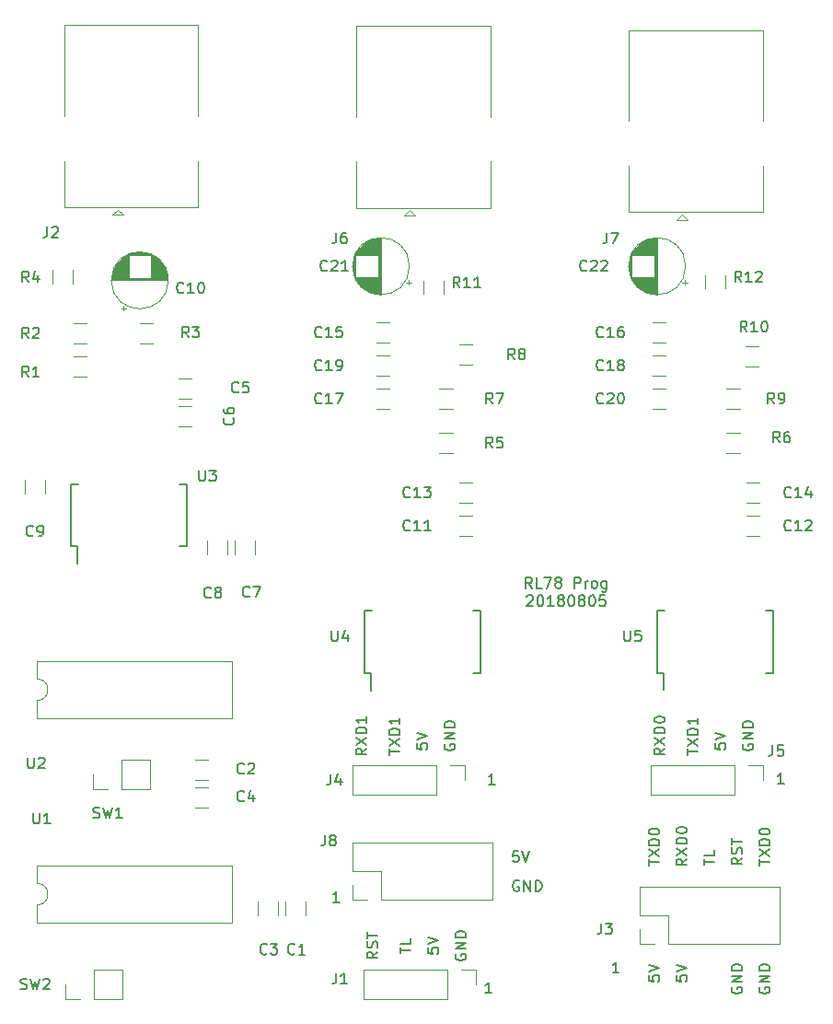
<source format=gbr>
G04 #@! TF.GenerationSoftware,KiCad,Pcbnew,(5.1.2)-2*
G04 #@! TF.CreationDate,2019-08-09T03:15:36+05:30*
G04 #@! TF.ProjectId,renesas-prog,72656e65-7361-4732-9d70-726f672e6b69,rev?*
G04 #@! TF.SameCoordinates,Original*
G04 #@! TF.FileFunction,Legend,Top*
G04 #@! TF.FilePolarity,Positive*
%FSLAX46Y46*%
G04 Gerber Fmt 4.6, Leading zero omitted, Abs format (unit mm)*
G04 Created by KiCad (PCBNEW (5.1.2)-2) date 2019-08-09 03:15:36*
%MOMM*%
%LPD*%
G04 APERTURE LIST*
%ADD10C,0.150000*%
%ADD11C,0.120000*%
G04 APERTURE END LIST*
D10*
X134848695Y-129141600D02*
X134753457Y-129093980D01*
X134610600Y-129093980D01*
X134467742Y-129141600D01*
X134372504Y-129236838D01*
X134324885Y-129332076D01*
X134277266Y-129522552D01*
X134277266Y-129665409D01*
X134324885Y-129855885D01*
X134372504Y-129951123D01*
X134467742Y-130046361D01*
X134610600Y-130093980D01*
X134705838Y-130093980D01*
X134848695Y-130046361D01*
X134896314Y-129998742D01*
X134896314Y-129665409D01*
X134705838Y-129665409D01*
X135324885Y-130093980D02*
X135324885Y-129093980D01*
X135896314Y-130093980D01*
X135896314Y-129093980D01*
X136372504Y-130093980D02*
X136372504Y-129093980D01*
X136610600Y-129093980D01*
X136753457Y-129141600D01*
X136848695Y-129236838D01*
X136896314Y-129332076D01*
X136943933Y-129522552D01*
X136943933Y-129665409D01*
X136896314Y-129855885D01*
X136848695Y-129951123D01*
X136753457Y-130046361D01*
X136610600Y-130093980D01*
X136372504Y-130093980D01*
X132645114Y-120289580D02*
X132073685Y-120289580D01*
X132359400Y-120289580D02*
X132359400Y-119289580D01*
X132264161Y-119432438D01*
X132168923Y-119527676D01*
X132073685Y-119575295D01*
X159238914Y-120238780D02*
X158667485Y-120238780D01*
X158953200Y-120238780D02*
X158953200Y-119238780D01*
X158857961Y-119381638D01*
X158762723Y-119476876D01*
X158667485Y-119524495D01*
X118319514Y-131109980D02*
X117748085Y-131109980D01*
X118033800Y-131109980D02*
X118033800Y-130109980D01*
X117938561Y-130252838D01*
X117843323Y-130348076D01*
X117748085Y-130395695D01*
X132340314Y-139466580D02*
X131768885Y-139466580D01*
X132054600Y-139466580D02*
X132054600Y-138466580D01*
X131959361Y-138609438D01*
X131864123Y-138704676D01*
X131768885Y-138752295D01*
X144049714Y-137612380D02*
X143478285Y-137612380D01*
X143764000Y-137612380D02*
X143764000Y-136612380D01*
X143668761Y-136755238D01*
X143573523Y-136850476D01*
X143478285Y-136898095D01*
X121864380Y-135675619D02*
X121388190Y-136008952D01*
X121864380Y-136247047D02*
X120864380Y-136247047D01*
X120864380Y-135866095D01*
X120912000Y-135770857D01*
X120959619Y-135723238D01*
X121054857Y-135675619D01*
X121197714Y-135675619D01*
X121292952Y-135723238D01*
X121340571Y-135770857D01*
X121388190Y-135866095D01*
X121388190Y-136247047D01*
X121816761Y-135294666D02*
X121864380Y-135151809D01*
X121864380Y-134913714D01*
X121816761Y-134818476D01*
X121769142Y-134770857D01*
X121673904Y-134723238D01*
X121578666Y-134723238D01*
X121483428Y-134770857D01*
X121435809Y-134818476D01*
X121388190Y-134913714D01*
X121340571Y-135104190D01*
X121292952Y-135199428D01*
X121245333Y-135247047D01*
X121150095Y-135294666D01*
X121054857Y-135294666D01*
X120959619Y-135247047D01*
X120912000Y-135199428D01*
X120864380Y-135104190D01*
X120864380Y-134866095D01*
X120912000Y-134723238D01*
X120864380Y-134437523D02*
X120864380Y-133866095D01*
X121864380Y-134151809D02*
X120864380Y-134151809D01*
X136049142Y-102243380D02*
X135715809Y-101767190D01*
X135477714Y-102243380D02*
X135477714Y-101243380D01*
X135858666Y-101243380D01*
X135953904Y-101291000D01*
X136001523Y-101338619D01*
X136049142Y-101433857D01*
X136049142Y-101576714D01*
X136001523Y-101671952D01*
X135953904Y-101719571D01*
X135858666Y-101767190D01*
X135477714Y-101767190D01*
X136953904Y-102243380D02*
X136477714Y-102243380D01*
X136477714Y-101243380D01*
X137192000Y-101243380D02*
X137858666Y-101243380D01*
X137430095Y-102243380D01*
X138382476Y-101671952D02*
X138287238Y-101624333D01*
X138239619Y-101576714D01*
X138192000Y-101481476D01*
X138192000Y-101433857D01*
X138239619Y-101338619D01*
X138287238Y-101291000D01*
X138382476Y-101243380D01*
X138572952Y-101243380D01*
X138668190Y-101291000D01*
X138715809Y-101338619D01*
X138763428Y-101433857D01*
X138763428Y-101481476D01*
X138715809Y-101576714D01*
X138668190Y-101624333D01*
X138572952Y-101671952D01*
X138382476Y-101671952D01*
X138287238Y-101719571D01*
X138239619Y-101767190D01*
X138192000Y-101862428D01*
X138192000Y-102052904D01*
X138239619Y-102148142D01*
X138287238Y-102195761D01*
X138382476Y-102243380D01*
X138572952Y-102243380D01*
X138668190Y-102195761D01*
X138715809Y-102148142D01*
X138763428Y-102052904D01*
X138763428Y-101862428D01*
X138715809Y-101767190D01*
X138668190Y-101719571D01*
X138572952Y-101671952D01*
X139953904Y-102243380D02*
X139953904Y-101243380D01*
X140334857Y-101243380D01*
X140430095Y-101291000D01*
X140477714Y-101338619D01*
X140525333Y-101433857D01*
X140525333Y-101576714D01*
X140477714Y-101671952D01*
X140430095Y-101719571D01*
X140334857Y-101767190D01*
X139953904Y-101767190D01*
X140953904Y-102243380D02*
X140953904Y-101576714D01*
X140953904Y-101767190D02*
X141001523Y-101671952D01*
X141049142Y-101624333D01*
X141144380Y-101576714D01*
X141239619Y-101576714D01*
X141715809Y-102243380D02*
X141620571Y-102195761D01*
X141572952Y-102148142D01*
X141525333Y-102052904D01*
X141525333Y-101767190D01*
X141572952Y-101671952D01*
X141620571Y-101624333D01*
X141715809Y-101576714D01*
X141858666Y-101576714D01*
X141953904Y-101624333D01*
X142001523Y-101671952D01*
X142049142Y-101767190D01*
X142049142Y-102052904D01*
X142001523Y-102148142D01*
X141953904Y-102195761D01*
X141858666Y-102243380D01*
X141715809Y-102243380D01*
X142906285Y-101576714D02*
X142906285Y-102386238D01*
X142858666Y-102481476D01*
X142811047Y-102529095D01*
X142715809Y-102576714D01*
X142572952Y-102576714D01*
X142477714Y-102529095D01*
X142906285Y-102195761D02*
X142811047Y-102243380D01*
X142620571Y-102243380D01*
X142525333Y-102195761D01*
X142477714Y-102148142D01*
X142430095Y-102052904D01*
X142430095Y-101767190D01*
X142477714Y-101671952D01*
X142525333Y-101624333D01*
X142620571Y-101576714D01*
X142811047Y-101576714D01*
X142906285Y-101624333D01*
X135572952Y-102988619D02*
X135620571Y-102941000D01*
X135715809Y-102893380D01*
X135953904Y-102893380D01*
X136049142Y-102941000D01*
X136096761Y-102988619D01*
X136144380Y-103083857D01*
X136144380Y-103179095D01*
X136096761Y-103321952D01*
X135525333Y-103893380D01*
X136144380Y-103893380D01*
X136763428Y-102893380D02*
X136858666Y-102893380D01*
X136953904Y-102941000D01*
X137001523Y-102988619D01*
X137049142Y-103083857D01*
X137096761Y-103274333D01*
X137096761Y-103512428D01*
X137049142Y-103702904D01*
X137001523Y-103798142D01*
X136953904Y-103845761D01*
X136858666Y-103893380D01*
X136763428Y-103893380D01*
X136668190Y-103845761D01*
X136620571Y-103798142D01*
X136572952Y-103702904D01*
X136525333Y-103512428D01*
X136525333Y-103274333D01*
X136572952Y-103083857D01*
X136620571Y-102988619D01*
X136668190Y-102941000D01*
X136763428Y-102893380D01*
X138049142Y-103893380D02*
X137477714Y-103893380D01*
X137763428Y-103893380D02*
X137763428Y-102893380D01*
X137668190Y-103036238D01*
X137572952Y-103131476D01*
X137477714Y-103179095D01*
X138620571Y-103321952D02*
X138525333Y-103274333D01*
X138477714Y-103226714D01*
X138430095Y-103131476D01*
X138430095Y-103083857D01*
X138477714Y-102988619D01*
X138525333Y-102941000D01*
X138620571Y-102893380D01*
X138811047Y-102893380D01*
X138906285Y-102941000D01*
X138953904Y-102988619D01*
X139001523Y-103083857D01*
X139001523Y-103131476D01*
X138953904Y-103226714D01*
X138906285Y-103274333D01*
X138811047Y-103321952D01*
X138620571Y-103321952D01*
X138525333Y-103369571D01*
X138477714Y-103417190D01*
X138430095Y-103512428D01*
X138430095Y-103702904D01*
X138477714Y-103798142D01*
X138525333Y-103845761D01*
X138620571Y-103893380D01*
X138811047Y-103893380D01*
X138906285Y-103845761D01*
X138953904Y-103798142D01*
X139001523Y-103702904D01*
X139001523Y-103512428D01*
X138953904Y-103417190D01*
X138906285Y-103369571D01*
X138811047Y-103321952D01*
X139620571Y-102893380D02*
X139715809Y-102893380D01*
X139811047Y-102941000D01*
X139858666Y-102988619D01*
X139906285Y-103083857D01*
X139953904Y-103274333D01*
X139953904Y-103512428D01*
X139906285Y-103702904D01*
X139858666Y-103798142D01*
X139811047Y-103845761D01*
X139715809Y-103893380D01*
X139620571Y-103893380D01*
X139525333Y-103845761D01*
X139477714Y-103798142D01*
X139430095Y-103702904D01*
X139382476Y-103512428D01*
X139382476Y-103274333D01*
X139430095Y-103083857D01*
X139477714Y-102988619D01*
X139525333Y-102941000D01*
X139620571Y-102893380D01*
X140525333Y-103321952D02*
X140430095Y-103274333D01*
X140382476Y-103226714D01*
X140334857Y-103131476D01*
X140334857Y-103083857D01*
X140382476Y-102988619D01*
X140430095Y-102941000D01*
X140525333Y-102893380D01*
X140715809Y-102893380D01*
X140811047Y-102941000D01*
X140858666Y-102988619D01*
X140906285Y-103083857D01*
X140906285Y-103131476D01*
X140858666Y-103226714D01*
X140811047Y-103274333D01*
X140715809Y-103321952D01*
X140525333Y-103321952D01*
X140430095Y-103369571D01*
X140382476Y-103417190D01*
X140334857Y-103512428D01*
X140334857Y-103702904D01*
X140382476Y-103798142D01*
X140430095Y-103845761D01*
X140525333Y-103893380D01*
X140715809Y-103893380D01*
X140811047Y-103845761D01*
X140858666Y-103798142D01*
X140906285Y-103702904D01*
X140906285Y-103512428D01*
X140858666Y-103417190D01*
X140811047Y-103369571D01*
X140715809Y-103321952D01*
X141525333Y-102893380D02*
X141620571Y-102893380D01*
X141715809Y-102941000D01*
X141763428Y-102988619D01*
X141811047Y-103083857D01*
X141858666Y-103274333D01*
X141858666Y-103512428D01*
X141811047Y-103702904D01*
X141763428Y-103798142D01*
X141715809Y-103845761D01*
X141620571Y-103893380D01*
X141525333Y-103893380D01*
X141430095Y-103845761D01*
X141382476Y-103798142D01*
X141334857Y-103702904D01*
X141287238Y-103512428D01*
X141287238Y-103274333D01*
X141334857Y-103083857D01*
X141382476Y-102988619D01*
X141430095Y-102941000D01*
X141525333Y-102893380D01*
X142763428Y-102893380D02*
X142287238Y-102893380D01*
X142239619Y-103369571D01*
X142287238Y-103321952D01*
X142382476Y-103274333D01*
X142620571Y-103274333D01*
X142715809Y-103321952D01*
X142763428Y-103369571D01*
X142811047Y-103464809D01*
X142811047Y-103702904D01*
X142763428Y-103798142D01*
X142715809Y-103845761D01*
X142620571Y-103893380D01*
X142382476Y-103893380D01*
X142287238Y-103845761D01*
X142239619Y-103798142D01*
X155456000Y-116585904D02*
X155408380Y-116681142D01*
X155408380Y-116824000D01*
X155456000Y-116966857D01*
X155551238Y-117062095D01*
X155646476Y-117109714D01*
X155836952Y-117157333D01*
X155979809Y-117157333D01*
X156170285Y-117109714D01*
X156265523Y-117062095D01*
X156360761Y-116966857D01*
X156408380Y-116824000D01*
X156408380Y-116728761D01*
X156360761Y-116585904D01*
X156313142Y-116538285D01*
X155979809Y-116538285D01*
X155979809Y-116728761D01*
X156408380Y-116109714D02*
X155408380Y-116109714D01*
X156408380Y-115538285D01*
X155408380Y-115538285D01*
X156408380Y-115062095D02*
X155408380Y-115062095D01*
X155408380Y-114824000D01*
X155456000Y-114681142D01*
X155551238Y-114585904D01*
X155646476Y-114538285D01*
X155836952Y-114490666D01*
X155979809Y-114490666D01*
X156170285Y-114538285D01*
X156265523Y-114585904D01*
X156360761Y-114681142D01*
X156408380Y-114824000D01*
X156408380Y-115062095D01*
X152868380Y-116522476D02*
X152868380Y-116998666D01*
X153344571Y-117046285D01*
X153296952Y-116998666D01*
X153249333Y-116903428D01*
X153249333Y-116665333D01*
X153296952Y-116570095D01*
X153344571Y-116522476D01*
X153439809Y-116474857D01*
X153677904Y-116474857D01*
X153773142Y-116522476D01*
X153820761Y-116570095D01*
X153868380Y-116665333D01*
X153868380Y-116903428D01*
X153820761Y-116998666D01*
X153773142Y-117046285D01*
X152868380Y-116189142D02*
X153868380Y-115855809D01*
X152868380Y-115522476D01*
X123912380Y-135818476D02*
X123912380Y-135247047D01*
X124912380Y-135532761D02*
X123912380Y-135532761D01*
X124912380Y-134437523D02*
X124912380Y-134913714D01*
X123912380Y-134913714D01*
X154440000Y-138937904D02*
X154392380Y-139033142D01*
X154392380Y-139176000D01*
X154440000Y-139318857D01*
X154535238Y-139414095D01*
X154630476Y-139461714D01*
X154820952Y-139509333D01*
X154963809Y-139509333D01*
X155154285Y-139461714D01*
X155249523Y-139414095D01*
X155344761Y-139318857D01*
X155392380Y-139176000D01*
X155392380Y-139080761D01*
X155344761Y-138937904D01*
X155297142Y-138890285D01*
X154963809Y-138890285D01*
X154963809Y-139080761D01*
X155392380Y-138461714D02*
X154392380Y-138461714D01*
X155392380Y-137890285D01*
X154392380Y-137890285D01*
X155392380Y-137414095D02*
X154392380Y-137414095D01*
X154392380Y-137176000D01*
X154440000Y-137033142D01*
X154535238Y-136937904D01*
X154630476Y-136890285D01*
X154820952Y-136842666D01*
X154963809Y-136842666D01*
X155154285Y-136890285D01*
X155249523Y-136937904D01*
X155344761Y-137033142D01*
X155392380Y-137176000D01*
X155392380Y-137414095D01*
X149312380Y-137858476D02*
X149312380Y-138334666D01*
X149788571Y-138382285D01*
X149740952Y-138334666D01*
X149693333Y-138239428D01*
X149693333Y-138001333D01*
X149740952Y-137906095D01*
X149788571Y-137858476D01*
X149883809Y-137810857D01*
X150121904Y-137810857D01*
X150217142Y-137858476D01*
X150264761Y-137906095D01*
X150312380Y-138001333D01*
X150312380Y-138239428D01*
X150264761Y-138334666D01*
X150217142Y-138382285D01*
X149312380Y-137525142D02*
X150312380Y-137191809D01*
X149312380Y-136858476D01*
X146772380Y-127722095D02*
X146772380Y-127150666D01*
X147772380Y-127436380D02*
X146772380Y-127436380D01*
X146772380Y-126912571D02*
X147772380Y-126245904D01*
X146772380Y-126245904D02*
X147772380Y-126912571D01*
X147772380Y-125864952D02*
X146772380Y-125864952D01*
X146772380Y-125626857D01*
X146820000Y-125484000D01*
X146915238Y-125388761D01*
X147010476Y-125341142D01*
X147200952Y-125293523D01*
X147343809Y-125293523D01*
X147534285Y-125341142D01*
X147629523Y-125388761D01*
X147724761Y-125484000D01*
X147772380Y-125626857D01*
X147772380Y-125864952D01*
X146772380Y-124674476D02*
X146772380Y-124579238D01*
X146820000Y-124484000D01*
X146867619Y-124436380D01*
X146962857Y-124388761D01*
X147153333Y-124341142D01*
X147391428Y-124341142D01*
X147581904Y-124388761D01*
X147677142Y-124436380D01*
X147724761Y-124484000D01*
X147772380Y-124579238D01*
X147772380Y-124674476D01*
X147724761Y-124769714D01*
X147677142Y-124817333D01*
X147581904Y-124864952D01*
X147391428Y-124912571D01*
X147153333Y-124912571D01*
X146962857Y-124864952D01*
X146867619Y-124817333D01*
X146820000Y-124769714D01*
X146772380Y-124674476D01*
X150312380Y-127126857D02*
X149836190Y-127460190D01*
X150312380Y-127698285D02*
X149312380Y-127698285D01*
X149312380Y-127317333D01*
X149360000Y-127222095D01*
X149407619Y-127174476D01*
X149502857Y-127126857D01*
X149645714Y-127126857D01*
X149740952Y-127174476D01*
X149788571Y-127222095D01*
X149836190Y-127317333D01*
X149836190Y-127698285D01*
X149312380Y-126793523D02*
X150312380Y-126126857D01*
X149312380Y-126126857D02*
X150312380Y-126793523D01*
X150312380Y-125745904D02*
X149312380Y-125745904D01*
X149312380Y-125507809D01*
X149360000Y-125364952D01*
X149455238Y-125269714D01*
X149550476Y-125222095D01*
X149740952Y-125174476D01*
X149883809Y-125174476D01*
X150074285Y-125222095D01*
X150169523Y-125269714D01*
X150264761Y-125364952D01*
X150312380Y-125507809D01*
X150312380Y-125745904D01*
X149312380Y-124555428D02*
X149312380Y-124460190D01*
X149360000Y-124364952D01*
X149407619Y-124317333D01*
X149502857Y-124269714D01*
X149693333Y-124222095D01*
X149931428Y-124222095D01*
X150121904Y-124269714D01*
X150217142Y-124317333D01*
X150264761Y-124364952D01*
X150312380Y-124460190D01*
X150312380Y-124555428D01*
X150264761Y-124650666D01*
X150217142Y-124698285D01*
X150121904Y-124745904D01*
X149931428Y-124793523D01*
X149693333Y-124793523D01*
X149502857Y-124745904D01*
X149407619Y-124698285D01*
X149360000Y-124650666D01*
X149312380Y-124555428D01*
X128024000Y-116585904D02*
X127976380Y-116681142D01*
X127976380Y-116824000D01*
X128024000Y-116966857D01*
X128119238Y-117062095D01*
X128214476Y-117109714D01*
X128404952Y-117157333D01*
X128547809Y-117157333D01*
X128738285Y-117109714D01*
X128833523Y-117062095D01*
X128928761Y-116966857D01*
X128976380Y-116824000D01*
X128976380Y-116728761D01*
X128928761Y-116585904D01*
X128881142Y-116538285D01*
X128547809Y-116538285D01*
X128547809Y-116728761D01*
X128976380Y-116109714D02*
X127976380Y-116109714D01*
X128976380Y-115538285D01*
X127976380Y-115538285D01*
X128976380Y-115062095D02*
X127976380Y-115062095D01*
X127976380Y-114824000D01*
X128024000Y-114681142D01*
X128119238Y-114585904D01*
X128214476Y-114538285D01*
X128404952Y-114490666D01*
X128547809Y-114490666D01*
X128738285Y-114538285D01*
X128833523Y-114585904D01*
X128928761Y-114681142D01*
X128976380Y-114824000D01*
X128976380Y-115062095D01*
X134810523Y-126401580D02*
X134334333Y-126401580D01*
X134286714Y-126877771D01*
X134334333Y-126830152D01*
X134429571Y-126782533D01*
X134667666Y-126782533D01*
X134762904Y-126830152D01*
X134810523Y-126877771D01*
X134858142Y-126973009D01*
X134858142Y-127211104D01*
X134810523Y-127306342D01*
X134762904Y-127353961D01*
X134667666Y-127401580D01*
X134429571Y-127401580D01*
X134334333Y-127353961D01*
X134286714Y-127306342D01*
X135143857Y-126401580D02*
X135477190Y-127401580D01*
X135810523Y-126401580D01*
X150328380Y-117562095D02*
X150328380Y-116990666D01*
X151328380Y-117276380D02*
X150328380Y-117276380D01*
X150328380Y-116752571D02*
X151328380Y-116085904D01*
X150328380Y-116085904D02*
X151328380Y-116752571D01*
X151328380Y-115704952D02*
X150328380Y-115704952D01*
X150328380Y-115466857D01*
X150376000Y-115324000D01*
X150471238Y-115228761D01*
X150566476Y-115181142D01*
X150756952Y-115133523D01*
X150899809Y-115133523D01*
X151090285Y-115181142D01*
X151185523Y-115228761D01*
X151280761Y-115324000D01*
X151328380Y-115466857D01*
X151328380Y-115704952D01*
X151328380Y-114181142D02*
X151328380Y-114752571D01*
X151328380Y-114466857D02*
X150328380Y-114466857D01*
X150471238Y-114562095D01*
X150566476Y-114657333D01*
X150614095Y-114752571D01*
X122896380Y-117562095D02*
X122896380Y-116990666D01*
X123896380Y-117276380D02*
X122896380Y-117276380D01*
X122896380Y-116752571D02*
X123896380Y-116085904D01*
X122896380Y-116085904D02*
X123896380Y-116752571D01*
X123896380Y-115704952D02*
X122896380Y-115704952D01*
X122896380Y-115466857D01*
X122944000Y-115324000D01*
X123039238Y-115228761D01*
X123134476Y-115181142D01*
X123324952Y-115133523D01*
X123467809Y-115133523D01*
X123658285Y-115181142D01*
X123753523Y-115228761D01*
X123848761Y-115324000D01*
X123896380Y-115466857D01*
X123896380Y-115704952D01*
X123896380Y-114181142D02*
X123896380Y-114752571D01*
X123896380Y-114466857D02*
X122896380Y-114466857D01*
X123039238Y-114562095D01*
X123134476Y-114657333D01*
X123182095Y-114752571D01*
X120848380Y-116966857D02*
X120372190Y-117300190D01*
X120848380Y-117538285D02*
X119848380Y-117538285D01*
X119848380Y-117157333D01*
X119896000Y-117062095D01*
X119943619Y-117014476D01*
X120038857Y-116966857D01*
X120181714Y-116966857D01*
X120276952Y-117014476D01*
X120324571Y-117062095D01*
X120372190Y-117157333D01*
X120372190Y-117538285D01*
X119848380Y-116633523D02*
X120848380Y-115966857D01*
X119848380Y-115966857D02*
X120848380Y-116633523D01*
X120848380Y-115585904D02*
X119848380Y-115585904D01*
X119848380Y-115347809D01*
X119896000Y-115204952D01*
X119991238Y-115109714D01*
X120086476Y-115062095D01*
X120276952Y-115014476D01*
X120419809Y-115014476D01*
X120610285Y-115062095D01*
X120705523Y-115109714D01*
X120800761Y-115204952D01*
X120848380Y-115347809D01*
X120848380Y-115585904D01*
X120848380Y-114062095D02*
X120848380Y-114633523D01*
X120848380Y-114347809D02*
X119848380Y-114347809D01*
X119991238Y-114443047D01*
X120086476Y-114538285D01*
X120134095Y-114633523D01*
X151852380Y-127690476D02*
X151852380Y-127119047D01*
X152852380Y-127404761D02*
X151852380Y-127404761D01*
X152852380Y-126309523D02*
X152852380Y-126785714D01*
X151852380Y-126785714D01*
X155392380Y-127039619D02*
X154916190Y-127372952D01*
X155392380Y-127611047D02*
X154392380Y-127611047D01*
X154392380Y-127230095D01*
X154440000Y-127134857D01*
X154487619Y-127087238D01*
X154582857Y-127039619D01*
X154725714Y-127039619D01*
X154820952Y-127087238D01*
X154868571Y-127134857D01*
X154916190Y-127230095D01*
X154916190Y-127611047D01*
X155344761Y-126658666D02*
X155392380Y-126515809D01*
X155392380Y-126277714D01*
X155344761Y-126182476D01*
X155297142Y-126134857D01*
X155201904Y-126087238D01*
X155106666Y-126087238D01*
X155011428Y-126134857D01*
X154963809Y-126182476D01*
X154916190Y-126277714D01*
X154868571Y-126468190D01*
X154820952Y-126563428D01*
X154773333Y-126611047D01*
X154678095Y-126658666D01*
X154582857Y-126658666D01*
X154487619Y-126611047D01*
X154440000Y-126563428D01*
X154392380Y-126468190D01*
X154392380Y-126230095D01*
X154440000Y-126087238D01*
X154392380Y-125801523D02*
X154392380Y-125230095D01*
X155392380Y-125515809D02*
X154392380Y-125515809D01*
X156932380Y-127722095D02*
X156932380Y-127150666D01*
X157932380Y-127436380D02*
X156932380Y-127436380D01*
X156932380Y-126912571D02*
X157932380Y-126245904D01*
X156932380Y-126245904D02*
X157932380Y-126912571D01*
X157932380Y-125864952D02*
X156932380Y-125864952D01*
X156932380Y-125626857D01*
X156980000Y-125484000D01*
X157075238Y-125388761D01*
X157170476Y-125341142D01*
X157360952Y-125293523D01*
X157503809Y-125293523D01*
X157694285Y-125341142D01*
X157789523Y-125388761D01*
X157884761Y-125484000D01*
X157932380Y-125626857D01*
X157932380Y-125864952D01*
X156932380Y-124674476D02*
X156932380Y-124579238D01*
X156980000Y-124484000D01*
X157027619Y-124436380D01*
X157122857Y-124388761D01*
X157313333Y-124341142D01*
X157551428Y-124341142D01*
X157741904Y-124388761D01*
X157837142Y-124436380D01*
X157884761Y-124484000D01*
X157932380Y-124579238D01*
X157932380Y-124674476D01*
X157884761Y-124769714D01*
X157837142Y-124817333D01*
X157741904Y-124864952D01*
X157551428Y-124912571D01*
X157313333Y-124912571D01*
X157122857Y-124864952D01*
X157027619Y-124817333D01*
X156980000Y-124769714D01*
X156932380Y-124674476D01*
X148280380Y-116966857D02*
X147804190Y-117300190D01*
X148280380Y-117538285D02*
X147280380Y-117538285D01*
X147280380Y-117157333D01*
X147328000Y-117062095D01*
X147375619Y-117014476D01*
X147470857Y-116966857D01*
X147613714Y-116966857D01*
X147708952Y-117014476D01*
X147756571Y-117062095D01*
X147804190Y-117157333D01*
X147804190Y-117538285D01*
X147280380Y-116633523D02*
X148280380Y-115966857D01*
X147280380Y-115966857D02*
X148280380Y-116633523D01*
X148280380Y-115585904D02*
X147280380Y-115585904D01*
X147280380Y-115347809D01*
X147328000Y-115204952D01*
X147423238Y-115109714D01*
X147518476Y-115062095D01*
X147708952Y-115014476D01*
X147851809Y-115014476D01*
X148042285Y-115062095D01*
X148137523Y-115109714D01*
X148232761Y-115204952D01*
X148280380Y-115347809D01*
X148280380Y-115585904D01*
X147280380Y-114395428D02*
X147280380Y-114300190D01*
X147328000Y-114204952D01*
X147375619Y-114157333D01*
X147470857Y-114109714D01*
X147661333Y-114062095D01*
X147899428Y-114062095D01*
X148089904Y-114109714D01*
X148185142Y-114157333D01*
X148232761Y-114204952D01*
X148280380Y-114300190D01*
X148280380Y-114395428D01*
X148232761Y-114490666D01*
X148185142Y-114538285D01*
X148089904Y-114585904D01*
X147899428Y-114633523D01*
X147661333Y-114633523D01*
X147470857Y-114585904D01*
X147375619Y-114538285D01*
X147328000Y-114490666D01*
X147280380Y-114395428D01*
X156980000Y-138937904D02*
X156932380Y-139033142D01*
X156932380Y-139176000D01*
X156980000Y-139318857D01*
X157075238Y-139414095D01*
X157170476Y-139461714D01*
X157360952Y-139509333D01*
X157503809Y-139509333D01*
X157694285Y-139461714D01*
X157789523Y-139414095D01*
X157884761Y-139318857D01*
X157932380Y-139176000D01*
X157932380Y-139080761D01*
X157884761Y-138937904D01*
X157837142Y-138890285D01*
X157503809Y-138890285D01*
X157503809Y-139080761D01*
X157932380Y-138461714D02*
X156932380Y-138461714D01*
X157932380Y-137890285D01*
X156932380Y-137890285D01*
X157932380Y-137414095D02*
X156932380Y-137414095D01*
X156932380Y-137176000D01*
X156980000Y-137033142D01*
X157075238Y-136937904D01*
X157170476Y-136890285D01*
X157360952Y-136842666D01*
X157503809Y-136842666D01*
X157694285Y-136890285D01*
X157789523Y-136937904D01*
X157884761Y-137033142D01*
X157932380Y-137176000D01*
X157932380Y-137414095D01*
X146772380Y-137858476D02*
X146772380Y-138334666D01*
X147248571Y-138382285D01*
X147200952Y-138334666D01*
X147153333Y-138239428D01*
X147153333Y-138001333D01*
X147200952Y-137906095D01*
X147248571Y-137858476D01*
X147343809Y-137810857D01*
X147581904Y-137810857D01*
X147677142Y-137858476D01*
X147724761Y-137906095D01*
X147772380Y-138001333D01*
X147772380Y-138239428D01*
X147724761Y-138334666D01*
X147677142Y-138382285D01*
X146772380Y-137525142D02*
X147772380Y-137191809D01*
X146772380Y-136858476D01*
X125436380Y-116522476D02*
X125436380Y-116998666D01*
X125912571Y-117046285D01*
X125864952Y-116998666D01*
X125817333Y-116903428D01*
X125817333Y-116665333D01*
X125864952Y-116570095D01*
X125912571Y-116522476D01*
X126007809Y-116474857D01*
X126245904Y-116474857D01*
X126341142Y-116522476D01*
X126388761Y-116570095D01*
X126436380Y-116665333D01*
X126436380Y-116903428D01*
X126388761Y-116998666D01*
X126341142Y-117046285D01*
X125436380Y-116189142D02*
X126436380Y-115855809D01*
X125436380Y-115522476D01*
X126452380Y-135318476D02*
X126452380Y-135794666D01*
X126928571Y-135842285D01*
X126880952Y-135794666D01*
X126833333Y-135699428D01*
X126833333Y-135461333D01*
X126880952Y-135366095D01*
X126928571Y-135318476D01*
X127023809Y-135270857D01*
X127261904Y-135270857D01*
X127357142Y-135318476D01*
X127404761Y-135366095D01*
X127452380Y-135461333D01*
X127452380Y-135699428D01*
X127404761Y-135794666D01*
X127357142Y-135842285D01*
X126452380Y-134985142D02*
X127452380Y-134651809D01*
X126452380Y-134318476D01*
X129040000Y-135889904D02*
X128992380Y-135985142D01*
X128992380Y-136128000D01*
X129040000Y-136270857D01*
X129135238Y-136366095D01*
X129230476Y-136413714D01*
X129420952Y-136461333D01*
X129563809Y-136461333D01*
X129754285Y-136413714D01*
X129849523Y-136366095D01*
X129944761Y-136270857D01*
X129992380Y-136128000D01*
X129992380Y-136032761D01*
X129944761Y-135889904D01*
X129897142Y-135842285D01*
X129563809Y-135842285D01*
X129563809Y-136032761D01*
X129992380Y-135413714D02*
X128992380Y-135413714D01*
X129992380Y-134842285D01*
X128992380Y-134842285D01*
X129992380Y-134366095D02*
X128992380Y-134366095D01*
X128992380Y-134128000D01*
X129040000Y-133985142D01*
X129135238Y-133889904D01*
X129230476Y-133842285D01*
X129420952Y-133794666D01*
X129563809Y-133794666D01*
X129754285Y-133842285D01*
X129849523Y-133889904D01*
X129944761Y-133985142D01*
X129992380Y-134128000D01*
X129992380Y-134366095D01*
D11*
X150108775Y-74369000D02*
X150108775Y-73869000D01*
X150358775Y-74119000D02*
X149858775Y-74119000D01*
X144953000Y-72928000D02*
X144953000Y-72360000D01*
X144993000Y-73162000D02*
X144993000Y-72126000D01*
X145033000Y-73321000D02*
X145033000Y-71967000D01*
X145073000Y-73449000D02*
X145073000Y-71839000D01*
X145113000Y-73559000D02*
X145113000Y-71729000D01*
X145153000Y-73655000D02*
X145153000Y-71633000D01*
X145193000Y-73742000D02*
X145193000Y-71546000D01*
X145233000Y-73822000D02*
X145233000Y-71466000D01*
X145273000Y-71604000D02*
X145273000Y-71393000D01*
X145273000Y-73895000D02*
X145273000Y-73684000D01*
X145313000Y-71604000D02*
X145313000Y-71325000D01*
X145313000Y-73963000D02*
X145313000Y-73684000D01*
X145353000Y-71604000D02*
X145353000Y-71261000D01*
X145353000Y-74027000D02*
X145353000Y-73684000D01*
X145393000Y-71604000D02*
X145393000Y-71201000D01*
X145393000Y-74087000D02*
X145393000Y-73684000D01*
X145433000Y-71604000D02*
X145433000Y-71144000D01*
X145433000Y-74144000D02*
X145433000Y-73684000D01*
X145473000Y-71604000D02*
X145473000Y-71090000D01*
X145473000Y-74198000D02*
X145473000Y-73684000D01*
X145513000Y-71604000D02*
X145513000Y-71039000D01*
X145513000Y-74249000D02*
X145513000Y-73684000D01*
X145553000Y-71604000D02*
X145553000Y-70991000D01*
X145553000Y-74297000D02*
X145553000Y-73684000D01*
X145593000Y-71604000D02*
X145593000Y-70945000D01*
X145593000Y-74343000D02*
X145593000Y-73684000D01*
X145633000Y-71604000D02*
X145633000Y-70901000D01*
X145633000Y-74387000D02*
X145633000Y-73684000D01*
X145673000Y-71604000D02*
X145673000Y-70859000D01*
X145673000Y-74429000D02*
X145673000Y-73684000D01*
X145713000Y-71604000D02*
X145713000Y-70818000D01*
X145713000Y-74470000D02*
X145713000Y-73684000D01*
X145753000Y-71604000D02*
X145753000Y-70780000D01*
X145753000Y-74508000D02*
X145753000Y-73684000D01*
X145793000Y-71604000D02*
X145793000Y-70743000D01*
X145793000Y-74545000D02*
X145793000Y-73684000D01*
X145833000Y-71604000D02*
X145833000Y-70707000D01*
X145833000Y-74581000D02*
X145833000Y-73684000D01*
X145873000Y-71604000D02*
X145873000Y-70673000D01*
X145873000Y-74615000D02*
X145873000Y-73684000D01*
X145913000Y-71604000D02*
X145913000Y-70640000D01*
X145913000Y-74648000D02*
X145913000Y-73684000D01*
X145953000Y-71604000D02*
X145953000Y-70609000D01*
X145953000Y-74679000D02*
X145953000Y-73684000D01*
X145993000Y-71604000D02*
X145993000Y-70579000D01*
X145993000Y-74709000D02*
X145993000Y-73684000D01*
X146033000Y-71604000D02*
X146033000Y-70549000D01*
X146033000Y-74739000D02*
X146033000Y-73684000D01*
X146073000Y-71604000D02*
X146073000Y-70522000D01*
X146073000Y-74766000D02*
X146073000Y-73684000D01*
X146113000Y-71604000D02*
X146113000Y-70495000D01*
X146113000Y-74793000D02*
X146113000Y-73684000D01*
X146153000Y-71604000D02*
X146153000Y-70469000D01*
X146153000Y-74819000D02*
X146153000Y-73684000D01*
X146193000Y-71604000D02*
X146193000Y-70444000D01*
X146193000Y-74844000D02*
X146193000Y-73684000D01*
X146233000Y-71604000D02*
X146233000Y-70420000D01*
X146233000Y-74868000D02*
X146233000Y-73684000D01*
X146273000Y-71604000D02*
X146273000Y-70397000D01*
X146273000Y-74891000D02*
X146273000Y-73684000D01*
X146313000Y-71604000D02*
X146313000Y-70376000D01*
X146313000Y-74912000D02*
X146313000Y-73684000D01*
X146353000Y-71604000D02*
X146353000Y-70354000D01*
X146353000Y-74934000D02*
X146353000Y-73684000D01*
X146393000Y-71604000D02*
X146393000Y-70334000D01*
X146393000Y-74954000D02*
X146393000Y-73684000D01*
X146433000Y-71604000D02*
X146433000Y-70315000D01*
X146433000Y-74973000D02*
X146433000Y-73684000D01*
X146473000Y-71604000D02*
X146473000Y-70296000D01*
X146473000Y-74992000D02*
X146473000Y-73684000D01*
X146513000Y-71604000D02*
X146513000Y-70279000D01*
X146513000Y-75009000D02*
X146513000Y-73684000D01*
X146553000Y-71604000D02*
X146553000Y-70262000D01*
X146553000Y-75026000D02*
X146553000Y-73684000D01*
X146593000Y-71604000D02*
X146593000Y-70246000D01*
X146593000Y-75042000D02*
X146593000Y-73684000D01*
X146633000Y-71604000D02*
X146633000Y-70230000D01*
X146633000Y-75058000D02*
X146633000Y-73684000D01*
X146673000Y-71604000D02*
X146673000Y-70216000D01*
X146673000Y-75072000D02*
X146673000Y-73684000D01*
X146713000Y-71604000D02*
X146713000Y-70202000D01*
X146713000Y-75086000D02*
X146713000Y-73684000D01*
X146753000Y-71604000D02*
X146753000Y-70189000D01*
X146753000Y-75099000D02*
X146753000Y-73684000D01*
X146793000Y-71604000D02*
X146793000Y-70176000D01*
X146793000Y-75112000D02*
X146793000Y-73684000D01*
X146833000Y-71604000D02*
X146833000Y-70164000D01*
X146833000Y-75124000D02*
X146833000Y-73684000D01*
X146874000Y-71604000D02*
X146874000Y-70153000D01*
X146874000Y-75135000D02*
X146874000Y-73684000D01*
X146914000Y-71604000D02*
X146914000Y-70143000D01*
X146914000Y-75145000D02*
X146914000Y-73684000D01*
X146954000Y-71604000D02*
X146954000Y-70133000D01*
X146954000Y-75155000D02*
X146954000Y-73684000D01*
X146994000Y-71604000D02*
X146994000Y-70124000D01*
X146994000Y-75164000D02*
X146994000Y-73684000D01*
X147034000Y-71604000D02*
X147034000Y-70116000D01*
X147034000Y-75172000D02*
X147034000Y-73684000D01*
X147074000Y-71604000D02*
X147074000Y-70108000D01*
X147074000Y-75180000D02*
X147074000Y-73684000D01*
X147114000Y-71604000D02*
X147114000Y-70101000D01*
X147114000Y-75187000D02*
X147114000Y-73684000D01*
X147154000Y-71604000D02*
X147154000Y-70094000D01*
X147154000Y-75194000D02*
X147154000Y-73684000D01*
X147194000Y-71604000D02*
X147194000Y-70088000D01*
X147194000Y-75200000D02*
X147194000Y-73684000D01*
X147234000Y-71604000D02*
X147234000Y-70083000D01*
X147234000Y-75205000D02*
X147234000Y-73684000D01*
X147274000Y-71604000D02*
X147274000Y-70079000D01*
X147274000Y-75209000D02*
X147274000Y-73684000D01*
X147314000Y-71604000D02*
X147314000Y-70075000D01*
X147314000Y-75213000D02*
X147314000Y-73684000D01*
X147354000Y-75217000D02*
X147354000Y-70071000D01*
X147394000Y-75220000D02*
X147394000Y-70068000D01*
X147434000Y-75222000D02*
X147434000Y-70066000D01*
X147474000Y-75223000D02*
X147474000Y-70065000D01*
X147514000Y-75224000D02*
X147514000Y-70064000D01*
X147554000Y-75224000D02*
X147554000Y-70064000D01*
X150174000Y-72644000D02*
G75*
G03X150174000Y-72644000I-2620000J0D01*
G01*
X124708775Y-74369000D02*
X124708775Y-73869000D01*
X124958775Y-74119000D02*
X124458775Y-74119000D01*
X119553000Y-72928000D02*
X119553000Y-72360000D01*
X119593000Y-73162000D02*
X119593000Y-72126000D01*
X119633000Y-73321000D02*
X119633000Y-71967000D01*
X119673000Y-73449000D02*
X119673000Y-71839000D01*
X119713000Y-73559000D02*
X119713000Y-71729000D01*
X119753000Y-73655000D02*
X119753000Y-71633000D01*
X119793000Y-73742000D02*
X119793000Y-71546000D01*
X119833000Y-73822000D02*
X119833000Y-71466000D01*
X119873000Y-71604000D02*
X119873000Y-71393000D01*
X119873000Y-73895000D02*
X119873000Y-73684000D01*
X119913000Y-71604000D02*
X119913000Y-71325000D01*
X119913000Y-73963000D02*
X119913000Y-73684000D01*
X119953000Y-71604000D02*
X119953000Y-71261000D01*
X119953000Y-74027000D02*
X119953000Y-73684000D01*
X119993000Y-71604000D02*
X119993000Y-71201000D01*
X119993000Y-74087000D02*
X119993000Y-73684000D01*
X120033000Y-71604000D02*
X120033000Y-71144000D01*
X120033000Y-74144000D02*
X120033000Y-73684000D01*
X120073000Y-71604000D02*
X120073000Y-71090000D01*
X120073000Y-74198000D02*
X120073000Y-73684000D01*
X120113000Y-71604000D02*
X120113000Y-71039000D01*
X120113000Y-74249000D02*
X120113000Y-73684000D01*
X120153000Y-71604000D02*
X120153000Y-70991000D01*
X120153000Y-74297000D02*
X120153000Y-73684000D01*
X120193000Y-71604000D02*
X120193000Y-70945000D01*
X120193000Y-74343000D02*
X120193000Y-73684000D01*
X120233000Y-71604000D02*
X120233000Y-70901000D01*
X120233000Y-74387000D02*
X120233000Y-73684000D01*
X120273000Y-71604000D02*
X120273000Y-70859000D01*
X120273000Y-74429000D02*
X120273000Y-73684000D01*
X120313000Y-71604000D02*
X120313000Y-70818000D01*
X120313000Y-74470000D02*
X120313000Y-73684000D01*
X120353000Y-71604000D02*
X120353000Y-70780000D01*
X120353000Y-74508000D02*
X120353000Y-73684000D01*
X120393000Y-71604000D02*
X120393000Y-70743000D01*
X120393000Y-74545000D02*
X120393000Y-73684000D01*
X120433000Y-71604000D02*
X120433000Y-70707000D01*
X120433000Y-74581000D02*
X120433000Y-73684000D01*
X120473000Y-71604000D02*
X120473000Y-70673000D01*
X120473000Y-74615000D02*
X120473000Y-73684000D01*
X120513000Y-71604000D02*
X120513000Y-70640000D01*
X120513000Y-74648000D02*
X120513000Y-73684000D01*
X120553000Y-71604000D02*
X120553000Y-70609000D01*
X120553000Y-74679000D02*
X120553000Y-73684000D01*
X120593000Y-71604000D02*
X120593000Y-70579000D01*
X120593000Y-74709000D02*
X120593000Y-73684000D01*
X120633000Y-71604000D02*
X120633000Y-70549000D01*
X120633000Y-74739000D02*
X120633000Y-73684000D01*
X120673000Y-71604000D02*
X120673000Y-70522000D01*
X120673000Y-74766000D02*
X120673000Y-73684000D01*
X120713000Y-71604000D02*
X120713000Y-70495000D01*
X120713000Y-74793000D02*
X120713000Y-73684000D01*
X120753000Y-71604000D02*
X120753000Y-70469000D01*
X120753000Y-74819000D02*
X120753000Y-73684000D01*
X120793000Y-71604000D02*
X120793000Y-70444000D01*
X120793000Y-74844000D02*
X120793000Y-73684000D01*
X120833000Y-71604000D02*
X120833000Y-70420000D01*
X120833000Y-74868000D02*
X120833000Y-73684000D01*
X120873000Y-71604000D02*
X120873000Y-70397000D01*
X120873000Y-74891000D02*
X120873000Y-73684000D01*
X120913000Y-71604000D02*
X120913000Y-70376000D01*
X120913000Y-74912000D02*
X120913000Y-73684000D01*
X120953000Y-71604000D02*
X120953000Y-70354000D01*
X120953000Y-74934000D02*
X120953000Y-73684000D01*
X120993000Y-71604000D02*
X120993000Y-70334000D01*
X120993000Y-74954000D02*
X120993000Y-73684000D01*
X121033000Y-71604000D02*
X121033000Y-70315000D01*
X121033000Y-74973000D02*
X121033000Y-73684000D01*
X121073000Y-71604000D02*
X121073000Y-70296000D01*
X121073000Y-74992000D02*
X121073000Y-73684000D01*
X121113000Y-71604000D02*
X121113000Y-70279000D01*
X121113000Y-75009000D02*
X121113000Y-73684000D01*
X121153000Y-71604000D02*
X121153000Y-70262000D01*
X121153000Y-75026000D02*
X121153000Y-73684000D01*
X121193000Y-71604000D02*
X121193000Y-70246000D01*
X121193000Y-75042000D02*
X121193000Y-73684000D01*
X121233000Y-71604000D02*
X121233000Y-70230000D01*
X121233000Y-75058000D02*
X121233000Y-73684000D01*
X121273000Y-71604000D02*
X121273000Y-70216000D01*
X121273000Y-75072000D02*
X121273000Y-73684000D01*
X121313000Y-71604000D02*
X121313000Y-70202000D01*
X121313000Y-75086000D02*
X121313000Y-73684000D01*
X121353000Y-71604000D02*
X121353000Y-70189000D01*
X121353000Y-75099000D02*
X121353000Y-73684000D01*
X121393000Y-71604000D02*
X121393000Y-70176000D01*
X121393000Y-75112000D02*
X121393000Y-73684000D01*
X121433000Y-71604000D02*
X121433000Y-70164000D01*
X121433000Y-75124000D02*
X121433000Y-73684000D01*
X121474000Y-71604000D02*
X121474000Y-70153000D01*
X121474000Y-75135000D02*
X121474000Y-73684000D01*
X121514000Y-71604000D02*
X121514000Y-70143000D01*
X121514000Y-75145000D02*
X121514000Y-73684000D01*
X121554000Y-71604000D02*
X121554000Y-70133000D01*
X121554000Y-75155000D02*
X121554000Y-73684000D01*
X121594000Y-71604000D02*
X121594000Y-70124000D01*
X121594000Y-75164000D02*
X121594000Y-73684000D01*
X121634000Y-71604000D02*
X121634000Y-70116000D01*
X121634000Y-75172000D02*
X121634000Y-73684000D01*
X121674000Y-71604000D02*
X121674000Y-70108000D01*
X121674000Y-75180000D02*
X121674000Y-73684000D01*
X121714000Y-71604000D02*
X121714000Y-70101000D01*
X121714000Y-75187000D02*
X121714000Y-73684000D01*
X121754000Y-71604000D02*
X121754000Y-70094000D01*
X121754000Y-75194000D02*
X121754000Y-73684000D01*
X121794000Y-71604000D02*
X121794000Y-70088000D01*
X121794000Y-75200000D02*
X121794000Y-73684000D01*
X121834000Y-71604000D02*
X121834000Y-70083000D01*
X121834000Y-75205000D02*
X121834000Y-73684000D01*
X121874000Y-71604000D02*
X121874000Y-70079000D01*
X121874000Y-75209000D02*
X121874000Y-73684000D01*
X121914000Y-71604000D02*
X121914000Y-70075000D01*
X121914000Y-75213000D02*
X121914000Y-73684000D01*
X121954000Y-75217000D02*
X121954000Y-70071000D01*
X121994000Y-75220000D02*
X121994000Y-70068000D01*
X122034000Y-75222000D02*
X122034000Y-70066000D01*
X122074000Y-75223000D02*
X122074000Y-70065000D01*
X122114000Y-75224000D02*
X122114000Y-70064000D01*
X122154000Y-75224000D02*
X122154000Y-70064000D01*
X124774000Y-72644000D02*
G75*
G03X124774000Y-72644000I-2620000J0D01*
G01*
X98249400Y-76488775D02*
X98749400Y-76488775D01*
X98499400Y-76738775D02*
X98499400Y-76238775D01*
X99690400Y-71333000D02*
X100258400Y-71333000D01*
X99456400Y-71373000D02*
X100492400Y-71373000D01*
X99297400Y-71413000D02*
X100651400Y-71413000D01*
X99169400Y-71453000D02*
X100779400Y-71453000D01*
X99059400Y-71493000D02*
X100889400Y-71493000D01*
X98963400Y-71533000D02*
X100985400Y-71533000D01*
X98876400Y-71573000D02*
X101072400Y-71573000D01*
X98796400Y-71613000D02*
X101152400Y-71613000D01*
X101014400Y-71653000D02*
X101225400Y-71653000D01*
X98723400Y-71653000D02*
X98934400Y-71653000D01*
X101014400Y-71693000D02*
X101293400Y-71693000D01*
X98655400Y-71693000D02*
X98934400Y-71693000D01*
X101014400Y-71733000D02*
X101357400Y-71733000D01*
X98591400Y-71733000D02*
X98934400Y-71733000D01*
X101014400Y-71773000D02*
X101417400Y-71773000D01*
X98531400Y-71773000D02*
X98934400Y-71773000D01*
X101014400Y-71813000D02*
X101474400Y-71813000D01*
X98474400Y-71813000D02*
X98934400Y-71813000D01*
X101014400Y-71853000D02*
X101528400Y-71853000D01*
X98420400Y-71853000D02*
X98934400Y-71853000D01*
X101014400Y-71893000D02*
X101579400Y-71893000D01*
X98369400Y-71893000D02*
X98934400Y-71893000D01*
X101014400Y-71933000D02*
X101627400Y-71933000D01*
X98321400Y-71933000D02*
X98934400Y-71933000D01*
X101014400Y-71973000D02*
X101673400Y-71973000D01*
X98275400Y-71973000D02*
X98934400Y-71973000D01*
X101014400Y-72013000D02*
X101717400Y-72013000D01*
X98231400Y-72013000D02*
X98934400Y-72013000D01*
X101014400Y-72053000D02*
X101759400Y-72053000D01*
X98189400Y-72053000D02*
X98934400Y-72053000D01*
X101014400Y-72093000D02*
X101800400Y-72093000D01*
X98148400Y-72093000D02*
X98934400Y-72093000D01*
X101014400Y-72133000D02*
X101838400Y-72133000D01*
X98110400Y-72133000D02*
X98934400Y-72133000D01*
X101014400Y-72173000D02*
X101875400Y-72173000D01*
X98073400Y-72173000D02*
X98934400Y-72173000D01*
X101014400Y-72213000D02*
X101911400Y-72213000D01*
X98037400Y-72213000D02*
X98934400Y-72213000D01*
X101014400Y-72253000D02*
X101945400Y-72253000D01*
X98003400Y-72253000D02*
X98934400Y-72253000D01*
X101014400Y-72293000D02*
X101978400Y-72293000D01*
X97970400Y-72293000D02*
X98934400Y-72293000D01*
X101014400Y-72333000D02*
X102009400Y-72333000D01*
X97939400Y-72333000D02*
X98934400Y-72333000D01*
X101014400Y-72373000D02*
X102039400Y-72373000D01*
X97909400Y-72373000D02*
X98934400Y-72373000D01*
X101014400Y-72413000D02*
X102069400Y-72413000D01*
X97879400Y-72413000D02*
X98934400Y-72413000D01*
X101014400Y-72453000D02*
X102096400Y-72453000D01*
X97852400Y-72453000D02*
X98934400Y-72453000D01*
X101014400Y-72493000D02*
X102123400Y-72493000D01*
X97825400Y-72493000D02*
X98934400Y-72493000D01*
X101014400Y-72533000D02*
X102149400Y-72533000D01*
X97799400Y-72533000D02*
X98934400Y-72533000D01*
X101014400Y-72573000D02*
X102174400Y-72573000D01*
X97774400Y-72573000D02*
X98934400Y-72573000D01*
X101014400Y-72613000D02*
X102198400Y-72613000D01*
X97750400Y-72613000D02*
X98934400Y-72613000D01*
X101014400Y-72653000D02*
X102221400Y-72653000D01*
X97727400Y-72653000D02*
X98934400Y-72653000D01*
X101014400Y-72693000D02*
X102242400Y-72693000D01*
X97706400Y-72693000D02*
X98934400Y-72693000D01*
X101014400Y-72733000D02*
X102264400Y-72733000D01*
X97684400Y-72733000D02*
X98934400Y-72733000D01*
X101014400Y-72773000D02*
X102284400Y-72773000D01*
X97664400Y-72773000D02*
X98934400Y-72773000D01*
X101014400Y-72813000D02*
X102303400Y-72813000D01*
X97645400Y-72813000D02*
X98934400Y-72813000D01*
X101014400Y-72853000D02*
X102322400Y-72853000D01*
X97626400Y-72853000D02*
X98934400Y-72853000D01*
X101014400Y-72893000D02*
X102339400Y-72893000D01*
X97609400Y-72893000D02*
X98934400Y-72893000D01*
X101014400Y-72933000D02*
X102356400Y-72933000D01*
X97592400Y-72933000D02*
X98934400Y-72933000D01*
X101014400Y-72973000D02*
X102372400Y-72973000D01*
X97576400Y-72973000D02*
X98934400Y-72973000D01*
X101014400Y-73013000D02*
X102388400Y-73013000D01*
X97560400Y-73013000D02*
X98934400Y-73013000D01*
X101014400Y-73053000D02*
X102402400Y-73053000D01*
X97546400Y-73053000D02*
X98934400Y-73053000D01*
X101014400Y-73093000D02*
X102416400Y-73093000D01*
X97532400Y-73093000D02*
X98934400Y-73093000D01*
X101014400Y-73133000D02*
X102429400Y-73133000D01*
X97519400Y-73133000D02*
X98934400Y-73133000D01*
X101014400Y-73173000D02*
X102442400Y-73173000D01*
X97506400Y-73173000D02*
X98934400Y-73173000D01*
X101014400Y-73213000D02*
X102454400Y-73213000D01*
X97494400Y-73213000D02*
X98934400Y-73213000D01*
X101014400Y-73254000D02*
X102465400Y-73254000D01*
X97483400Y-73254000D02*
X98934400Y-73254000D01*
X101014400Y-73294000D02*
X102475400Y-73294000D01*
X97473400Y-73294000D02*
X98934400Y-73294000D01*
X101014400Y-73334000D02*
X102485400Y-73334000D01*
X97463400Y-73334000D02*
X98934400Y-73334000D01*
X101014400Y-73374000D02*
X102494400Y-73374000D01*
X97454400Y-73374000D02*
X98934400Y-73374000D01*
X101014400Y-73414000D02*
X102502400Y-73414000D01*
X97446400Y-73414000D02*
X98934400Y-73414000D01*
X101014400Y-73454000D02*
X102510400Y-73454000D01*
X97438400Y-73454000D02*
X98934400Y-73454000D01*
X101014400Y-73494000D02*
X102517400Y-73494000D01*
X97431400Y-73494000D02*
X98934400Y-73494000D01*
X101014400Y-73534000D02*
X102524400Y-73534000D01*
X97424400Y-73534000D02*
X98934400Y-73534000D01*
X101014400Y-73574000D02*
X102530400Y-73574000D01*
X97418400Y-73574000D02*
X98934400Y-73574000D01*
X101014400Y-73614000D02*
X102535400Y-73614000D01*
X97413400Y-73614000D02*
X98934400Y-73614000D01*
X101014400Y-73654000D02*
X102539400Y-73654000D01*
X97409400Y-73654000D02*
X98934400Y-73654000D01*
X101014400Y-73694000D02*
X102543400Y-73694000D01*
X97405400Y-73694000D02*
X98934400Y-73694000D01*
X97401400Y-73734000D02*
X102547400Y-73734000D01*
X97398400Y-73774000D02*
X102550400Y-73774000D01*
X97396400Y-73814000D02*
X102552400Y-73814000D01*
X97395400Y-73854000D02*
X102553400Y-73854000D01*
X97394400Y-73894000D02*
X102554400Y-73894000D01*
X97394400Y-73934000D02*
X102554400Y-73934000D01*
X102594400Y-73934000D02*
G75*
G03X102594400Y-73934000I-2620000J0D01*
G01*
D10*
X148158000Y-110019000D02*
X148158000Y-111619000D01*
X158233000Y-110019000D02*
X158233000Y-104269000D01*
X147583000Y-110019000D02*
X147583000Y-104269000D01*
X158233000Y-110019000D02*
X157583000Y-110019000D01*
X158233000Y-104269000D02*
X157583000Y-104269000D01*
X147583000Y-104269000D02*
X148233000Y-104269000D01*
X147583000Y-110019000D02*
X148158000Y-110019000D01*
X121234000Y-110063000D02*
X121234000Y-111663000D01*
X131309000Y-110063000D02*
X131309000Y-104313000D01*
X120659000Y-110063000D02*
X120659000Y-104313000D01*
X131309000Y-110063000D02*
X130659000Y-110063000D01*
X131309000Y-104313000D02*
X130659000Y-104313000D01*
X120659000Y-104313000D02*
X121309000Y-104313000D01*
X120659000Y-110063000D02*
X121234000Y-110063000D01*
D11*
X153818000Y-74646064D02*
X153818000Y-73441936D01*
X151998000Y-74646064D02*
X151998000Y-73441936D01*
X127910000Y-75154064D02*
X127910000Y-73949936D01*
X126090000Y-75154064D02*
X126090000Y-73949936D01*
X155687136Y-81859800D02*
X156891264Y-81859800D01*
X155687136Y-80039800D02*
X156891264Y-80039800D01*
X153953936Y-85746000D02*
X155158064Y-85746000D01*
X153953936Y-83926000D02*
X155158064Y-83926000D01*
X129321936Y-81682000D02*
X130526064Y-81682000D01*
X129321936Y-79862000D02*
X130526064Y-79862000D01*
X127537936Y-85746000D02*
X128742064Y-85746000D01*
X127537936Y-83926000D02*
X128742064Y-83926000D01*
X153953936Y-89810000D02*
X155158064Y-89810000D01*
X153953936Y-87990000D02*
X155158064Y-87990000D01*
X127537936Y-89810000D02*
X128742064Y-89810000D01*
X127537936Y-87990000D02*
X128742064Y-87990000D01*
X157286000Y-118558000D02*
X157286000Y-119888000D01*
X155956000Y-118558000D02*
X157286000Y-118558000D01*
X154686000Y-118558000D02*
X154686000Y-121218000D01*
X154686000Y-121218000D02*
X147006000Y-121218000D01*
X154686000Y-118558000D02*
X147006000Y-118558000D01*
X147006000Y-118558000D02*
X147006000Y-121218000D01*
X129854000Y-118558000D02*
X129854000Y-119888000D01*
X128524000Y-118558000D02*
X129854000Y-118558000D01*
X127254000Y-118558000D02*
X127254000Y-121218000D01*
X127254000Y-121218000D02*
X119574000Y-121218000D01*
X127254000Y-118558000D02*
X119574000Y-118558000D01*
X119574000Y-118558000D02*
X119574000Y-121218000D01*
X145990000Y-134934000D02*
X145990000Y-133604000D01*
X147320000Y-134934000D02*
X145990000Y-134934000D01*
X145990000Y-132334000D02*
X145990000Y-129734000D01*
X148590000Y-132334000D02*
X145990000Y-132334000D01*
X148590000Y-134934000D02*
X148590000Y-132334000D01*
X145990000Y-129734000D02*
X158810000Y-129734000D01*
X148590000Y-134934000D02*
X158810000Y-134934000D01*
X158810000Y-134934000D02*
X158810000Y-129734000D01*
X148306064Y-83926000D02*
X147101936Y-83926000D01*
X148306064Y-85746000D02*
X147101936Y-85746000D01*
X122906064Y-80878000D02*
X121701936Y-80878000D01*
X122906064Y-82698000D02*
X121701936Y-82698000D01*
X148306064Y-80878000D02*
X147101936Y-80878000D01*
X148306064Y-82698000D02*
X147101936Y-82698000D01*
X122906064Y-83926000D02*
X121701936Y-83926000D01*
X122906064Y-85746000D02*
X121701936Y-85746000D01*
X148306064Y-77830000D02*
X147101936Y-77830000D01*
X148306064Y-79650000D02*
X147101936Y-79650000D01*
X122906064Y-77830000D02*
X121701936Y-77830000D01*
X122906064Y-79650000D02*
X121701936Y-79650000D01*
X156942064Y-92562000D02*
X155737936Y-92562000D01*
X156942064Y-94382000D02*
X155737936Y-94382000D01*
X130526064Y-92562000D02*
X129321936Y-92562000D01*
X130526064Y-94382000D02*
X129321936Y-94382000D01*
X156942064Y-95610000D02*
X155737936Y-95610000D01*
X156942064Y-97430000D02*
X155737936Y-97430000D01*
X130526064Y-95610000D02*
X129321936Y-95610000D01*
X130526064Y-97430000D02*
X129321936Y-97430000D01*
X120590000Y-137354000D02*
X120590000Y-140014000D01*
X128270000Y-137354000D02*
X120590000Y-137354000D01*
X128270000Y-140014000D02*
X120590000Y-140014000D01*
X128270000Y-137354000D02*
X128270000Y-140014000D01*
X129540000Y-137354000D02*
X130870000Y-137354000D01*
X130870000Y-137354000D02*
X130870000Y-138684000D01*
X113390000Y-131093936D02*
X113390000Y-132298064D01*
X115210000Y-131093936D02*
X115210000Y-132298064D01*
X105084336Y-119858200D02*
X106288464Y-119858200D01*
X105084336Y-118038200D02*
X106288464Y-118038200D01*
X112670000Y-131093936D02*
X112670000Y-132298064D01*
X110850000Y-131093936D02*
X110850000Y-132298064D01*
X105084336Y-120578200D02*
X106288464Y-120578200D01*
X105084336Y-122398200D02*
X106288464Y-122398200D01*
X104764464Y-84806200D02*
X103560336Y-84806200D01*
X104764464Y-82986200D02*
X103560336Y-82986200D01*
X104764464Y-85526200D02*
X103560336Y-85526200D01*
X104764464Y-87346200D02*
X103560336Y-87346200D01*
X110536400Y-97902136D02*
X110536400Y-99106264D01*
X108716400Y-97902136D02*
X108716400Y-99106264D01*
X95698000Y-120710000D02*
X95698000Y-119380000D01*
X97028000Y-120710000D02*
X95698000Y-120710000D01*
X98298000Y-120710000D02*
X98298000Y-118050000D01*
X98298000Y-118050000D02*
X100898000Y-118050000D01*
X98298000Y-120710000D02*
X100898000Y-120710000D01*
X100898000Y-120710000D02*
X100898000Y-118050000D01*
X98358000Y-140014000D02*
X98358000Y-137354000D01*
X95758000Y-140014000D02*
X98358000Y-140014000D01*
X95758000Y-137354000D02*
X98358000Y-137354000D01*
X95758000Y-140014000D02*
X95758000Y-137354000D01*
X94488000Y-140014000D02*
X93158000Y-140014000D01*
X93158000Y-140014000D02*
X93158000Y-138684000D01*
X90516400Y-127728200D02*
X90516400Y-129378200D01*
X108416400Y-127728200D02*
X90516400Y-127728200D01*
X108416400Y-133028200D02*
X108416400Y-127728200D01*
X90516400Y-133028200D02*
X108416400Y-133028200D01*
X90516400Y-131378200D02*
X90516400Y-133028200D01*
X90516400Y-129378200D02*
G75*
G02X90516400Y-131378200I0J-1000000D01*
G01*
X107996400Y-97902136D02*
X107996400Y-99106264D01*
X106176400Y-97902136D02*
X106176400Y-99106264D01*
X91232400Y-93518264D02*
X91232400Y-92314136D01*
X89412400Y-93518264D02*
X89412400Y-92314136D01*
X90516400Y-110582200D02*
G75*
G02X90516400Y-112582200I0J-1000000D01*
G01*
X90516400Y-112582200D02*
X90516400Y-114232200D01*
X90516400Y-114232200D02*
X108416400Y-114232200D01*
X108416400Y-114232200D02*
X108416400Y-108932200D01*
X108416400Y-108932200D02*
X90516400Y-108932200D01*
X90516400Y-108932200D02*
X90516400Y-110582200D01*
X93908336Y-82774200D02*
X95112464Y-82774200D01*
X93908336Y-80954200D02*
X95112464Y-80954200D01*
X93908336Y-79726200D02*
X95112464Y-79726200D01*
X93908336Y-77906200D02*
X95112464Y-77906200D01*
X100004336Y-77906200D02*
X101208464Y-77906200D01*
X100004336Y-79726200D02*
X101208464Y-79726200D01*
X91952400Y-74214264D02*
X91952400Y-73010136D01*
X93772400Y-74214264D02*
X93772400Y-73010136D01*
D10*
X93633400Y-98411200D02*
X94208400Y-98411200D01*
X93633400Y-92661200D02*
X94283400Y-92661200D01*
X104283400Y-92661200D02*
X103633400Y-92661200D01*
X104283400Y-98411200D02*
X103633400Y-98411200D01*
X93633400Y-98411200D02*
X93633400Y-92661200D01*
X104283400Y-98411200D02*
X104283400Y-92661200D01*
X94208400Y-98411200D02*
X94208400Y-100011200D01*
D11*
X132394000Y-130870000D02*
X132394000Y-125670000D01*
X122174000Y-130870000D02*
X132394000Y-130870000D01*
X119574000Y-125670000D02*
X132394000Y-125670000D01*
X122174000Y-130870000D02*
X122174000Y-128270000D01*
X122174000Y-128270000D02*
X119574000Y-128270000D01*
X119574000Y-128270000D02*
X119574000Y-125670000D01*
X120904000Y-130870000D02*
X119574000Y-130870000D01*
X119574000Y-130870000D02*
X119574000Y-129540000D01*
X93032400Y-62948200D02*
X93032400Y-67208200D01*
X93032400Y-67208200D02*
X105352400Y-67208200D01*
X105352400Y-67208200D02*
X105352400Y-62948200D01*
X93032400Y-58848200D02*
X93032400Y-50488200D01*
X93032400Y-50488200D02*
X105352400Y-50488200D01*
X105352400Y-50488200D02*
X105352400Y-58848200D01*
X97942400Y-67428200D02*
X97442400Y-67928200D01*
X97442400Y-67928200D02*
X98442400Y-67928200D01*
X98442400Y-67928200D02*
X97942400Y-67428200D01*
X119900000Y-63010000D02*
X119900000Y-67270000D01*
X119900000Y-67270000D02*
X132220000Y-67270000D01*
X132220000Y-67270000D02*
X132220000Y-63010000D01*
X119900000Y-58910000D02*
X119900000Y-50550000D01*
X119900000Y-50550000D02*
X132220000Y-50550000D01*
X132220000Y-50550000D02*
X132220000Y-58910000D01*
X124810000Y-67490000D02*
X124310000Y-67990000D01*
X124310000Y-67990000D02*
X125310000Y-67990000D01*
X125310000Y-67990000D02*
X124810000Y-67490000D01*
X150360000Y-68360000D02*
X149860000Y-67860000D01*
X149360000Y-68360000D02*
X150360000Y-68360000D01*
X149860000Y-67860000D02*
X149360000Y-68360000D01*
X157270000Y-50920000D02*
X157270000Y-59280000D01*
X144950000Y-50920000D02*
X157270000Y-50920000D01*
X144950000Y-59280000D02*
X144950000Y-50920000D01*
X157270000Y-67640000D02*
X157270000Y-63380000D01*
X144950000Y-67640000D02*
X157270000Y-67640000D01*
X144950000Y-63380000D02*
X144950000Y-67640000D01*
D10*
X141089142Y-73001142D02*
X141041523Y-73048761D01*
X140898666Y-73096380D01*
X140803428Y-73096380D01*
X140660571Y-73048761D01*
X140565333Y-72953523D01*
X140517714Y-72858285D01*
X140470095Y-72667809D01*
X140470095Y-72524952D01*
X140517714Y-72334476D01*
X140565333Y-72239238D01*
X140660571Y-72144000D01*
X140803428Y-72096380D01*
X140898666Y-72096380D01*
X141041523Y-72144000D01*
X141089142Y-72191619D01*
X141470095Y-72191619D02*
X141517714Y-72144000D01*
X141612952Y-72096380D01*
X141851047Y-72096380D01*
X141946285Y-72144000D01*
X141993904Y-72191619D01*
X142041523Y-72286857D01*
X142041523Y-72382095D01*
X141993904Y-72524952D01*
X141422476Y-73096380D01*
X142041523Y-73096380D01*
X142422476Y-72191619D02*
X142470095Y-72144000D01*
X142565333Y-72096380D01*
X142803428Y-72096380D01*
X142898666Y-72144000D01*
X142946285Y-72191619D01*
X142993904Y-72286857D01*
X142993904Y-72382095D01*
X142946285Y-72524952D01*
X142374857Y-73096380D01*
X142993904Y-73096380D01*
X117213142Y-73001142D02*
X117165523Y-73048761D01*
X117022666Y-73096380D01*
X116927428Y-73096380D01*
X116784571Y-73048761D01*
X116689333Y-72953523D01*
X116641714Y-72858285D01*
X116594095Y-72667809D01*
X116594095Y-72524952D01*
X116641714Y-72334476D01*
X116689333Y-72239238D01*
X116784571Y-72144000D01*
X116927428Y-72096380D01*
X117022666Y-72096380D01*
X117165523Y-72144000D01*
X117213142Y-72191619D01*
X117594095Y-72191619D02*
X117641714Y-72144000D01*
X117736952Y-72096380D01*
X117975047Y-72096380D01*
X118070285Y-72144000D01*
X118117904Y-72191619D01*
X118165523Y-72286857D01*
X118165523Y-72382095D01*
X118117904Y-72524952D01*
X117546476Y-73096380D01*
X118165523Y-73096380D01*
X119117904Y-73096380D02*
X118546476Y-73096380D01*
X118832190Y-73096380D02*
X118832190Y-72096380D01*
X118736952Y-72239238D01*
X118641714Y-72334476D01*
X118546476Y-72382095D01*
X104005142Y-75033142D02*
X103957523Y-75080761D01*
X103814666Y-75128380D01*
X103719428Y-75128380D01*
X103576571Y-75080761D01*
X103481333Y-74985523D01*
X103433714Y-74890285D01*
X103386095Y-74699809D01*
X103386095Y-74556952D01*
X103433714Y-74366476D01*
X103481333Y-74271238D01*
X103576571Y-74176000D01*
X103719428Y-74128380D01*
X103814666Y-74128380D01*
X103957523Y-74176000D01*
X104005142Y-74223619D01*
X104957523Y-75128380D02*
X104386095Y-75128380D01*
X104671809Y-75128380D02*
X104671809Y-74128380D01*
X104576571Y-74271238D01*
X104481333Y-74366476D01*
X104386095Y-74414095D01*
X105576571Y-74128380D02*
X105671809Y-74128380D01*
X105767047Y-74176000D01*
X105814666Y-74223619D01*
X105862285Y-74318857D01*
X105909904Y-74509333D01*
X105909904Y-74747428D01*
X105862285Y-74937904D01*
X105814666Y-75033142D01*
X105767047Y-75080761D01*
X105671809Y-75128380D01*
X105576571Y-75128380D01*
X105481333Y-75080761D01*
X105433714Y-75033142D01*
X105386095Y-74937904D01*
X105338476Y-74747428D01*
X105338476Y-74509333D01*
X105386095Y-74318857D01*
X105433714Y-74223619D01*
X105481333Y-74176000D01*
X105576571Y-74128380D01*
X144526095Y-106132380D02*
X144526095Y-106941904D01*
X144573714Y-107037142D01*
X144621333Y-107084761D01*
X144716571Y-107132380D01*
X144907047Y-107132380D01*
X145002285Y-107084761D01*
X145049904Y-107037142D01*
X145097523Y-106941904D01*
X145097523Y-106132380D01*
X146049904Y-106132380D02*
X145573714Y-106132380D01*
X145526095Y-106608571D01*
X145573714Y-106560952D01*
X145668952Y-106513333D01*
X145907047Y-106513333D01*
X146002285Y-106560952D01*
X146049904Y-106608571D01*
X146097523Y-106703809D01*
X146097523Y-106941904D01*
X146049904Y-107037142D01*
X146002285Y-107084761D01*
X145907047Y-107132380D01*
X145668952Y-107132380D01*
X145573714Y-107084761D01*
X145526095Y-107037142D01*
X117602095Y-106132380D02*
X117602095Y-106941904D01*
X117649714Y-107037142D01*
X117697333Y-107084761D01*
X117792571Y-107132380D01*
X117983047Y-107132380D01*
X118078285Y-107084761D01*
X118125904Y-107037142D01*
X118173523Y-106941904D01*
X118173523Y-106132380D01*
X119078285Y-106465714D02*
X119078285Y-107132380D01*
X118840190Y-106084761D02*
X118602095Y-106799047D01*
X119221142Y-106799047D01*
X155313142Y-74112380D02*
X154979809Y-73636190D01*
X154741714Y-74112380D02*
X154741714Y-73112380D01*
X155122666Y-73112380D01*
X155217904Y-73160000D01*
X155265523Y-73207619D01*
X155313142Y-73302857D01*
X155313142Y-73445714D01*
X155265523Y-73540952D01*
X155217904Y-73588571D01*
X155122666Y-73636190D01*
X154741714Y-73636190D01*
X156265523Y-74112380D02*
X155694095Y-74112380D01*
X155979809Y-74112380D02*
X155979809Y-73112380D01*
X155884571Y-73255238D01*
X155789333Y-73350476D01*
X155694095Y-73398095D01*
X156646476Y-73207619D02*
X156694095Y-73160000D01*
X156789333Y-73112380D01*
X157027428Y-73112380D01*
X157122666Y-73160000D01*
X157170285Y-73207619D01*
X157217904Y-73302857D01*
X157217904Y-73398095D01*
X157170285Y-73540952D01*
X156598857Y-74112380D01*
X157217904Y-74112380D01*
X129405142Y-74620380D02*
X129071809Y-74144190D01*
X128833714Y-74620380D02*
X128833714Y-73620380D01*
X129214666Y-73620380D01*
X129309904Y-73668000D01*
X129357523Y-73715619D01*
X129405142Y-73810857D01*
X129405142Y-73953714D01*
X129357523Y-74048952D01*
X129309904Y-74096571D01*
X129214666Y-74144190D01*
X128833714Y-74144190D01*
X130357523Y-74620380D02*
X129786095Y-74620380D01*
X130071809Y-74620380D02*
X130071809Y-73620380D01*
X129976571Y-73763238D01*
X129881333Y-73858476D01*
X129786095Y-73906095D01*
X131309904Y-74620380D02*
X130738476Y-74620380D01*
X131024190Y-74620380D02*
X131024190Y-73620380D01*
X130928952Y-73763238D01*
X130833714Y-73858476D01*
X130738476Y-73906095D01*
X155821142Y-78684380D02*
X155487809Y-78208190D01*
X155249714Y-78684380D02*
X155249714Y-77684380D01*
X155630666Y-77684380D01*
X155725904Y-77732000D01*
X155773523Y-77779619D01*
X155821142Y-77874857D01*
X155821142Y-78017714D01*
X155773523Y-78112952D01*
X155725904Y-78160571D01*
X155630666Y-78208190D01*
X155249714Y-78208190D01*
X156773523Y-78684380D02*
X156202095Y-78684380D01*
X156487809Y-78684380D02*
X156487809Y-77684380D01*
X156392571Y-77827238D01*
X156297333Y-77922476D01*
X156202095Y-77970095D01*
X157392571Y-77684380D02*
X157487809Y-77684380D01*
X157583047Y-77732000D01*
X157630666Y-77779619D01*
X157678285Y-77874857D01*
X157725904Y-78065333D01*
X157725904Y-78303428D01*
X157678285Y-78493904D01*
X157630666Y-78589142D01*
X157583047Y-78636761D01*
X157487809Y-78684380D01*
X157392571Y-78684380D01*
X157297333Y-78636761D01*
X157249714Y-78589142D01*
X157202095Y-78493904D01*
X157154476Y-78303428D01*
X157154476Y-78065333D01*
X157202095Y-77874857D01*
X157249714Y-77779619D01*
X157297333Y-77732000D01*
X157392571Y-77684380D01*
X158329333Y-85288380D02*
X157996000Y-84812190D01*
X157757904Y-85288380D02*
X157757904Y-84288380D01*
X158138857Y-84288380D01*
X158234095Y-84336000D01*
X158281714Y-84383619D01*
X158329333Y-84478857D01*
X158329333Y-84621714D01*
X158281714Y-84716952D01*
X158234095Y-84764571D01*
X158138857Y-84812190D01*
X157757904Y-84812190D01*
X158805523Y-85288380D02*
X158996000Y-85288380D01*
X159091238Y-85240761D01*
X159138857Y-85193142D01*
X159234095Y-85050285D01*
X159281714Y-84859809D01*
X159281714Y-84478857D01*
X159234095Y-84383619D01*
X159186476Y-84336000D01*
X159091238Y-84288380D01*
X158900761Y-84288380D01*
X158805523Y-84336000D01*
X158757904Y-84383619D01*
X158710285Y-84478857D01*
X158710285Y-84716952D01*
X158757904Y-84812190D01*
X158805523Y-84859809D01*
X158900761Y-84907428D01*
X159091238Y-84907428D01*
X159186476Y-84859809D01*
X159234095Y-84812190D01*
X159281714Y-84716952D01*
X134453333Y-81224380D02*
X134120000Y-80748190D01*
X133881904Y-81224380D02*
X133881904Y-80224380D01*
X134262857Y-80224380D01*
X134358095Y-80272000D01*
X134405714Y-80319619D01*
X134453333Y-80414857D01*
X134453333Y-80557714D01*
X134405714Y-80652952D01*
X134358095Y-80700571D01*
X134262857Y-80748190D01*
X133881904Y-80748190D01*
X135024761Y-80652952D02*
X134929523Y-80605333D01*
X134881904Y-80557714D01*
X134834285Y-80462476D01*
X134834285Y-80414857D01*
X134881904Y-80319619D01*
X134929523Y-80272000D01*
X135024761Y-80224380D01*
X135215238Y-80224380D01*
X135310476Y-80272000D01*
X135358095Y-80319619D01*
X135405714Y-80414857D01*
X135405714Y-80462476D01*
X135358095Y-80557714D01*
X135310476Y-80605333D01*
X135215238Y-80652952D01*
X135024761Y-80652952D01*
X134929523Y-80700571D01*
X134881904Y-80748190D01*
X134834285Y-80843428D01*
X134834285Y-81033904D01*
X134881904Y-81129142D01*
X134929523Y-81176761D01*
X135024761Y-81224380D01*
X135215238Y-81224380D01*
X135310476Y-81176761D01*
X135358095Y-81129142D01*
X135405714Y-81033904D01*
X135405714Y-80843428D01*
X135358095Y-80748190D01*
X135310476Y-80700571D01*
X135215238Y-80652952D01*
X132421333Y-85288380D02*
X132088000Y-84812190D01*
X131849904Y-85288380D02*
X131849904Y-84288380D01*
X132230857Y-84288380D01*
X132326095Y-84336000D01*
X132373714Y-84383619D01*
X132421333Y-84478857D01*
X132421333Y-84621714D01*
X132373714Y-84716952D01*
X132326095Y-84764571D01*
X132230857Y-84812190D01*
X131849904Y-84812190D01*
X132754666Y-84288380D02*
X133421333Y-84288380D01*
X132992761Y-85288380D01*
X158837333Y-88844380D02*
X158504000Y-88368190D01*
X158265904Y-88844380D02*
X158265904Y-87844380D01*
X158646857Y-87844380D01*
X158742095Y-87892000D01*
X158789714Y-87939619D01*
X158837333Y-88034857D01*
X158837333Y-88177714D01*
X158789714Y-88272952D01*
X158742095Y-88320571D01*
X158646857Y-88368190D01*
X158265904Y-88368190D01*
X159694476Y-87844380D02*
X159504000Y-87844380D01*
X159408761Y-87892000D01*
X159361142Y-87939619D01*
X159265904Y-88082476D01*
X159218285Y-88272952D01*
X159218285Y-88653904D01*
X159265904Y-88749142D01*
X159313523Y-88796761D01*
X159408761Y-88844380D01*
X159599238Y-88844380D01*
X159694476Y-88796761D01*
X159742095Y-88749142D01*
X159789714Y-88653904D01*
X159789714Y-88415809D01*
X159742095Y-88320571D01*
X159694476Y-88272952D01*
X159599238Y-88225333D01*
X159408761Y-88225333D01*
X159313523Y-88272952D01*
X159265904Y-88320571D01*
X159218285Y-88415809D01*
X132421333Y-89352380D02*
X132088000Y-88876190D01*
X131849904Y-89352380D02*
X131849904Y-88352380D01*
X132230857Y-88352380D01*
X132326095Y-88400000D01*
X132373714Y-88447619D01*
X132421333Y-88542857D01*
X132421333Y-88685714D01*
X132373714Y-88780952D01*
X132326095Y-88828571D01*
X132230857Y-88876190D01*
X131849904Y-88876190D01*
X133326095Y-88352380D02*
X132849904Y-88352380D01*
X132802285Y-88828571D01*
X132849904Y-88780952D01*
X132945142Y-88733333D01*
X133183238Y-88733333D01*
X133278476Y-88780952D01*
X133326095Y-88828571D01*
X133373714Y-88923809D01*
X133373714Y-89161904D01*
X133326095Y-89257142D01*
X133278476Y-89304761D01*
X133183238Y-89352380D01*
X132945142Y-89352380D01*
X132849904Y-89304761D01*
X132802285Y-89257142D01*
X158188066Y-116673380D02*
X158188066Y-117387666D01*
X158140447Y-117530523D01*
X158045209Y-117625761D01*
X157902352Y-117673380D01*
X157807114Y-117673380D01*
X159140447Y-116673380D02*
X158664257Y-116673380D01*
X158616638Y-117149571D01*
X158664257Y-117101952D01*
X158759495Y-117054333D01*
X158997590Y-117054333D01*
X159092828Y-117101952D01*
X159140447Y-117149571D01*
X159188066Y-117244809D01*
X159188066Y-117482904D01*
X159140447Y-117578142D01*
X159092828Y-117625761D01*
X158997590Y-117673380D01*
X158759495Y-117673380D01*
X158664257Y-117625761D01*
X158616638Y-117578142D01*
X117522666Y-119340380D02*
X117522666Y-120054666D01*
X117475047Y-120197523D01*
X117379809Y-120292761D01*
X117236952Y-120340380D01*
X117141714Y-120340380D01*
X118427428Y-119673714D02*
X118427428Y-120340380D01*
X118189333Y-119292761D02*
X117951238Y-120007047D01*
X118570285Y-120007047D01*
X142414666Y-133056380D02*
X142414666Y-133770666D01*
X142367047Y-133913523D01*
X142271809Y-134008761D01*
X142128952Y-134056380D01*
X142033714Y-134056380D01*
X142795619Y-133056380D02*
X143414666Y-133056380D01*
X143081333Y-133437333D01*
X143224190Y-133437333D01*
X143319428Y-133484952D01*
X143367047Y-133532571D01*
X143414666Y-133627809D01*
X143414666Y-133865904D01*
X143367047Y-133961142D01*
X143319428Y-134008761D01*
X143224190Y-134056380D01*
X142938476Y-134056380D01*
X142843238Y-134008761D01*
X142795619Y-133961142D01*
X142613142Y-85193142D02*
X142565523Y-85240761D01*
X142422666Y-85288380D01*
X142327428Y-85288380D01*
X142184571Y-85240761D01*
X142089333Y-85145523D01*
X142041714Y-85050285D01*
X141994095Y-84859809D01*
X141994095Y-84716952D01*
X142041714Y-84526476D01*
X142089333Y-84431238D01*
X142184571Y-84336000D01*
X142327428Y-84288380D01*
X142422666Y-84288380D01*
X142565523Y-84336000D01*
X142613142Y-84383619D01*
X142994095Y-84383619D02*
X143041714Y-84336000D01*
X143136952Y-84288380D01*
X143375047Y-84288380D01*
X143470285Y-84336000D01*
X143517904Y-84383619D01*
X143565523Y-84478857D01*
X143565523Y-84574095D01*
X143517904Y-84716952D01*
X142946476Y-85288380D01*
X143565523Y-85288380D01*
X144184571Y-84288380D02*
X144279809Y-84288380D01*
X144375047Y-84336000D01*
X144422666Y-84383619D01*
X144470285Y-84478857D01*
X144517904Y-84669333D01*
X144517904Y-84907428D01*
X144470285Y-85097904D01*
X144422666Y-85193142D01*
X144375047Y-85240761D01*
X144279809Y-85288380D01*
X144184571Y-85288380D01*
X144089333Y-85240761D01*
X144041714Y-85193142D01*
X143994095Y-85097904D01*
X143946476Y-84907428D01*
X143946476Y-84669333D01*
X143994095Y-84478857D01*
X144041714Y-84383619D01*
X144089333Y-84336000D01*
X144184571Y-84288380D01*
X116705142Y-82145142D02*
X116657523Y-82192761D01*
X116514666Y-82240380D01*
X116419428Y-82240380D01*
X116276571Y-82192761D01*
X116181333Y-82097523D01*
X116133714Y-82002285D01*
X116086095Y-81811809D01*
X116086095Y-81668952D01*
X116133714Y-81478476D01*
X116181333Y-81383238D01*
X116276571Y-81288000D01*
X116419428Y-81240380D01*
X116514666Y-81240380D01*
X116657523Y-81288000D01*
X116705142Y-81335619D01*
X117657523Y-82240380D02*
X117086095Y-82240380D01*
X117371809Y-82240380D02*
X117371809Y-81240380D01*
X117276571Y-81383238D01*
X117181333Y-81478476D01*
X117086095Y-81526095D01*
X118133714Y-82240380D02*
X118324190Y-82240380D01*
X118419428Y-82192761D01*
X118467047Y-82145142D01*
X118562285Y-82002285D01*
X118609904Y-81811809D01*
X118609904Y-81430857D01*
X118562285Y-81335619D01*
X118514666Y-81288000D01*
X118419428Y-81240380D01*
X118228952Y-81240380D01*
X118133714Y-81288000D01*
X118086095Y-81335619D01*
X118038476Y-81430857D01*
X118038476Y-81668952D01*
X118086095Y-81764190D01*
X118133714Y-81811809D01*
X118228952Y-81859428D01*
X118419428Y-81859428D01*
X118514666Y-81811809D01*
X118562285Y-81764190D01*
X118609904Y-81668952D01*
X142613142Y-82145142D02*
X142565523Y-82192761D01*
X142422666Y-82240380D01*
X142327428Y-82240380D01*
X142184571Y-82192761D01*
X142089333Y-82097523D01*
X142041714Y-82002285D01*
X141994095Y-81811809D01*
X141994095Y-81668952D01*
X142041714Y-81478476D01*
X142089333Y-81383238D01*
X142184571Y-81288000D01*
X142327428Y-81240380D01*
X142422666Y-81240380D01*
X142565523Y-81288000D01*
X142613142Y-81335619D01*
X143565523Y-82240380D02*
X142994095Y-82240380D01*
X143279809Y-82240380D02*
X143279809Y-81240380D01*
X143184571Y-81383238D01*
X143089333Y-81478476D01*
X142994095Y-81526095D01*
X144136952Y-81668952D02*
X144041714Y-81621333D01*
X143994095Y-81573714D01*
X143946476Y-81478476D01*
X143946476Y-81430857D01*
X143994095Y-81335619D01*
X144041714Y-81288000D01*
X144136952Y-81240380D01*
X144327428Y-81240380D01*
X144422666Y-81288000D01*
X144470285Y-81335619D01*
X144517904Y-81430857D01*
X144517904Y-81478476D01*
X144470285Y-81573714D01*
X144422666Y-81621333D01*
X144327428Y-81668952D01*
X144136952Y-81668952D01*
X144041714Y-81716571D01*
X143994095Y-81764190D01*
X143946476Y-81859428D01*
X143946476Y-82049904D01*
X143994095Y-82145142D01*
X144041714Y-82192761D01*
X144136952Y-82240380D01*
X144327428Y-82240380D01*
X144422666Y-82192761D01*
X144470285Y-82145142D01*
X144517904Y-82049904D01*
X144517904Y-81859428D01*
X144470285Y-81764190D01*
X144422666Y-81716571D01*
X144327428Y-81668952D01*
X116705142Y-85193142D02*
X116657523Y-85240761D01*
X116514666Y-85288380D01*
X116419428Y-85288380D01*
X116276571Y-85240761D01*
X116181333Y-85145523D01*
X116133714Y-85050285D01*
X116086095Y-84859809D01*
X116086095Y-84716952D01*
X116133714Y-84526476D01*
X116181333Y-84431238D01*
X116276571Y-84336000D01*
X116419428Y-84288380D01*
X116514666Y-84288380D01*
X116657523Y-84336000D01*
X116705142Y-84383619D01*
X117657523Y-85288380D02*
X117086095Y-85288380D01*
X117371809Y-85288380D02*
X117371809Y-84288380D01*
X117276571Y-84431238D01*
X117181333Y-84526476D01*
X117086095Y-84574095D01*
X117990857Y-84288380D02*
X118657523Y-84288380D01*
X118228952Y-85288380D01*
X142613142Y-79097142D02*
X142565523Y-79144761D01*
X142422666Y-79192380D01*
X142327428Y-79192380D01*
X142184571Y-79144761D01*
X142089333Y-79049523D01*
X142041714Y-78954285D01*
X141994095Y-78763809D01*
X141994095Y-78620952D01*
X142041714Y-78430476D01*
X142089333Y-78335238D01*
X142184571Y-78240000D01*
X142327428Y-78192380D01*
X142422666Y-78192380D01*
X142565523Y-78240000D01*
X142613142Y-78287619D01*
X143565523Y-79192380D02*
X142994095Y-79192380D01*
X143279809Y-79192380D02*
X143279809Y-78192380D01*
X143184571Y-78335238D01*
X143089333Y-78430476D01*
X142994095Y-78478095D01*
X144422666Y-78192380D02*
X144232190Y-78192380D01*
X144136952Y-78240000D01*
X144089333Y-78287619D01*
X143994095Y-78430476D01*
X143946476Y-78620952D01*
X143946476Y-79001904D01*
X143994095Y-79097142D01*
X144041714Y-79144761D01*
X144136952Y-79192380D01*
X144327428Y-79192380D01*
X144422666Y-79144761D01*
X144470285Y-79097142D01*
X144517904Y-79001904D01*
X144517904Y-78763809D01*
X144470285Y-78668571D01*
X144422666Y-78620952D01*
X144327428Y-78573333D01*
X144136952Y-78573333D01*
X144041714Y-78620952D01*
X143994095Y-78668571D01*
X143946476Y-78763809D01*
X116705142Y-79097142D02*
X116657523Y-79144761D01*
X116514666Y-79192380D01*
X116419428Y-79192380D01*
X116276571Y-79144761D01*
X116181333Y-79049523D01*
X116133714Y-78954285D01*
X116086095Y-78763809D01*
X116086095Y-78620952D01*
X116133714Y-78430476D01*
X116181333Y-78335238D01*
X116276571Y-78240000D01*
X116419428Y-78192380D01*
X116514666Y-78192380D01*
X116657523Y-78240000D01*
X116705142Y-78287619D01*
X117657523Y-79192380D02*
X117086095Y-79192380D01*
X117371809Y-79192380D02*
X117371809Y-78192380D01*
X117276571Y-78335238D01*
X117181333Y-78430476D01*
X117086095Y-78478095D01*
X118562285Y-78192380D02*
X118086095Y-78192380D01*
X118038476Y-78668571D01*
X118086095Y-78620952D01*
X118181333Y-78573333D01*
X118419428Y-78573333D01*
X118514666Y-78620952D01*
X118562285Y-78668571D01*
X118609904Y-78763809D01*
X118609904Y-79001904D01*
X118562285Y-79097142D01*
X118514666Y-79144761D01*
X118419428Y-79192380D01*
X118181333Y-79192380D01*
X118086095Y-79144761D01*
X118038476Y-79097142D01*
X159885142Y-93829142D02*
X159837523Y-93876761D01*
X159694666Y-93924380D01*
X159599428Y-93924380D01*
X159456571Y-93876761D01*
X159361333Y-93781523D01*
X159313714Y-93686285D01*
X159266095Y-93495809D01*
X159266095Y-93352952D01*
X159313714Y-93162476D01*
X159361333Y-93067238D01*
X159456571Y-92972000D01*
X159599428Y-92924380D01*
X159694666Y-92924380D01*
X159837523Y-92972000D01*
X159885142Y-93019619D01*
X160837523Y-93924380D02*
X160266095Y-93924380D01*
X160551809Y-93924380D02*
X160551809Y-92924380D01*
X160456571Y-93067238D01*
X160361333Y-93162476D01*
X160266095Y-93210095D01*
X161694666Y-93257714D02*
X161694666Y-93924380D01*
X161456571Y-92876761D02*
X161218476Y-93591047D01*
X161837523Y-93591047D01*
X124833142Y-93829142D02*
X124785523Y-93876761D01*
X124642666Y-93924380D01*
X124547428Y-93924380D01*
X124404571Y-93876761D01*
X124309333Y-93781523D01*
X124261714Y-93686285D01*
X124214095Y-93495809D01*
X124214095Y-93352952D01*
X124261714Y-93162476D01*
X124309333Y-93067238D01*
X124404571Y-92972000D01*
X124547428Y-92924380D01*
X124642666Y-92924380D01*
X124785523Y-92972000D01*
X124833142Y-93019619D01*
X125785523Y-93924380D02*
X125214095Y-93924380D01*
X125499809Y-93924380D02*
X125499809Y-92924380D01*
X125404571Y-93067238D01*
X125309333Y-93162476D01*
X125214095Y-93210095D01*
X126118857Y-92924380D02*
X126737904Y-92924380D01*
X126404571Y-93305333D01*
X126547428Y-93305333D01*
X126642666Y-93352952D01*
X126690285Y-93400571D01*
X126737904Y-93495809D01*
X126737904Y-93733904D01*
X126690285Y-93829142D01*
X126642666Y-93876761D01*
X126547428Y-93924380D01*
X126261714Y-93924380D01*
X126166476Y-93876761D01*
X126118857Y-93829142D01*
X159885142Y-96877142D02*
X159837523Y-96924761D01*
X159694666Y-96972380D01*
X159599428Y-96972380D01*
X159456571Y-96924761D01*
X159361333Y-96829523D01*
X159313714Y-96734285D01*
X159266095Y-96543809D01*
X159266095Y-96400952D01*
X159313714Y-96210476D01*
X159361333Y-96115238D01*
X159456571Y-96020000D01*
X159599428Y-95972380D01*
X159694666Y-95972380D01*
X159837523Y-96020000D01*
X159885142Y-96067619D01*
X160837523Y-96972380D02*
X160266095Y-96972380D01*
X160551809Y-96972380D02*
X160551809Y-95972380D01*
X160456571Y-96115238D01*
X160361333Y-96210476D01*
X160266095Y-96258095D01*
X161218476Y-96067619D02*
X161266095Y-96020000D01*
X161361333Y-95972380D01*
X161599428Y-95972380D01*
X161694666Y-96020000D01*
X161742285Y-96067619D01*
X161789904Y-96162857D01*
X161789904Y-96258095D01*
X161742285Y-96400952D01*
X161170857Y-96972380D01*
X161789904Y-96972380D01*
X124833142Y-96877142D02*
X124785523Y-96924761D01*
X124642666Y-96972380D01*
X124547428Y-96972380D01*
X124404571Y-96924761D01*
X124309333Y-96829523D01*
X124261714Y-96734285D01*
X124214095Y-96543809D01*
X124214095Y-96400952D01*
X124261714Y-96210476D01*
X124309333Y-96115238D01*
X124404571Y-96020000D01*
X124547428Y-95972380D01*
X124642666Y-95972380D01*
X124785523Y-96020000D01*
X124833142Y-96067619D01*
X125785523Y-96972380D02*
X125214095Y-96972380D01*
X125499809Y-96972380D02*
X125499809Y-95972380D01*
X125404571Y-96115238D01*
X125309333Y-96210476D01*
X125214095Y-96258095D01*
X126737904Y-96972380D02*
X126166476Y-96972380D01*
X126452190Y-96972380D02*
X126452190Y-95972380D01*
X126356952Y-96115238D01*
X126261714Y-96210476D01*
X126166476Y-96258095D01*
X118030666Y-137628380D02*
X118030666Y-138342666D01*
X117983047Y-138485523D01*
X117887809Y-138580761D01*
X117744952Y-138628380D01*
X117649714Y-138628380D01*
X119030666Y-138628380D02*
X118459238Y-138628380D01*
X118744952Y-138628380D02*
X118744952Y-137628380D01*
X118649714Y-137771238D01*
X118554476Y-137866476D01*
X118459238Y-137914095D01*
X114209533Y-135834742D02*
X114161914Y-135882361D01*
X114019057Y-135929980D01*
X113923819Y-135929980D01*
X113780961Y-135882361D01*
X113685723Y-135787123D01*
X113638104Y-135691885D01*
X113590485Y-135501409D01*
X113590485Y-135358552D01*
X113638104Y-135168076D01*
X113685723Y-135072838D01*
X113780961Y-134977600D01*
X113923819Y-134929980D01*
X114019057Y-134929980D01*
X114161914Y-134977600D01*
X114209533Y-135025219D01*
X115161914Y-135929980D02*
X114590485Y-135929980D01*
X114876200Y-135929980D02*
X114876200Y-134929980D01*
X114780961Y-135072838D01*
X114685723Y-135168076D01*
X114590485Y-135215695D01*
X109561333Y-119229142D02*
X109513714Y-119276761D01*
X109370857Y-119324380D01*
X109275619Y-119324380D01*
X109132761Y-119276761D01*
X109037523Y-119181523D01*
X108989904Y-119086285D01*
X108942285Y-118895809D01*
X108942285Y-118752952D01*
X108989904Y-118562476D01*
X109037523Y-118467238D01*
X109132761Y-118372000D01*
X109275619Y-118324380D01*
X109370857Y-118324380D01*
X109513714Y-118372000D01*
X109561333Y-118419619D01*
X109942285Y-118419619D02*
X109989904Y-118372000D01*
X110085142Y-118324380D01*
X110323238Y-118324380D01*
X110418476Y-118372000D01*
X110466095Y-118419619D01*
X110513714Y-118514857D01*
X110513714Y-118610095D01*
X110466095Y-118752952D01*
X109894666Y-119324380D01*
X110513714Y-119324380D01*
X111669533Y-135834742D02*
X111621914Y-135882361D01*
X111479057Y-135929980D01*
X111383819Y-135929980D01*
X111240961Y-135882361D01*
X111145723Y-135787123D01*
X111098104Y-135691885D01*
X111050485Y-135501409D01*
X111050485Y-135358552D01*
X111098104Y-135168076D01*
X111145723Y-135072838D01*
X111240961Y-134977600D01*
X111383819Y-134929980D01*
X111479057Y-134929980D01*
X111621914Y-134977600D01*
X111669533Y-135025219D01*
X112002866Y-134929980D02*
X112621914Y-134929980D01*
X112288580Y-135310933D01*
X112431438Y-135310933D01*
X112526676Y-135358552D01*
X112574295Y-135406171D01*
X112621914Y-135501409D01*
X112621914Y-135739504D01*
X112574295Y-135834742D01*
X112526676Y-135882361D01*
X112431438Y-135929980D01*
X112145723Y-135929980D01*
X112050485Y-135882361D01*
X112002866Y-135834742D01*
X109561333Y-121769142D02*
X109513714Y-121816761D01*
X109370857Y-121864380D01*
X109275619Y-121864380D01*
X109132761Y-121816761D01*
X109037523Y-121721523D01*
X108989904Y-121626285D01*
X108942285Y-121435809D01*
X108942285Y-121292952D01*
X108989904Y-121102476D01*
X109037523Y-121007238D01*
X109132761Y-120912000D01*
X109275619Y-120864380D01*
X109370857Y-120864380D01*
X109513714Y-120912000D01*
X109561333Y-120959619D01*
X110418476Y-121197714D02*
X110418476Y-121864380D01*
X110180380Y-120816761D02*
X109942285Y-121531047D01*
X110561333Y-121531047D01*
X109053333Y-84177142D02*
X109005714Y-84224761D01*
X108862857Y-84272380D01*
X108767619Y-84272380D01*
X108624761Y-84224761D01*
X108529523Y-84129523D01*
X108481904Y-84034285D01*
X108434285Y-83843809D01*
X108434285Y-83700952D01*
X108481904Y-83510476D01*
X108529523Y-83415238D01*
X108624761Y-83320000D01*
X108767619Y-83272380D01*
X108862857Y-83272380D01*
X109005714Y-83320000D01*
X109053333Y-83367619D01*
X109958095Y-83272380D02*
X109481904Y-83272380D01*
X109434285Y-83748571D01*
X109481904Y-83700952D01*
X109577142Y-83653333D01*
X109815238Y-83653333D01*
X109910476Y-83700952D01*
X109958095Y-83748571D01*
X110005714Y-83843809D01*
X110005714Y-84081904D01*
X109958095Y-84177142D01*
X109910476Y-84224761D01*
X109815238Y-84272380D01*
X109577142Y-84272380D01*
X109481904Y-84224761D01*
X109434285Y-84177142D01*
X108561142Y-86602866D02*
X108608761Y-86650485D01*
X108656380Y-86793342D01*
X108656380Y-86888580D01*
X108608761Y-87031438D01*
X108513523Y-87126676D01*
X108418285Y-87174295D01*
X108227809Y-87221914D01*
X108084952Y-87221914D01*
X107894476Y-87174295D01*
X107799238Y-87126676D01*
X107704000Y-87031438D01*
X107656380Y-86888580D01*
X107656380Y-86793342D01*
X107704000Y-86650485D01*
X107751619Y-86602866D01*
X107656380Y-85745723D02*
X107656380Y-85936200D01*
X107704000Y-86031438D01*
X107751619Y-86079057D01*
X107894476Y-86174295D01*
X108084952Y-86221914D01*
X108465904Y-86221914D01*
X108561142Y-86174295D01*
X108608761Y-86126676D01*
X108656380Y-86031438D01*
X108656380Y-85840961D01*
X108608761Y-85745723D01*
X108561142Y-85698104D01*
X108465904Y-85650485D01*
X108227809Y-85650485D01*
X108132571Y-85698104D01*
X108084952Y-85745723D01*
X108037333Y-85840961D01*
X108037333Y-86031438D01*
X108084952Y-86126676D01*
X108132571Y-86174295D01*
X108227809Y-86221914D01*
X110069333Y-102973142D02*
X110021714Y-103020761D01*
X109878857Y-103068380D01*
X109783619Y-103068380D01*
X109640761Y-103020761D01*
X109545523Y-102925523D01*
X109497904Y-102830285D01*
X109450285Y-102639809D01*
X109450285Y-102496952D01*
X109497904Y-102306476D01*
X109545523Y-102211238D01*
X109640761Y-102116000D01*
X109783619Y-102068380D01*
X109878857Y-102068380D01*
X110021714Y-102116000D01*
X110069333Y-102163619D01*
X110402666Y-102068380D02*
X111069333Y-102068380D01*
X110640761Y-103068380D01*
X95694666Y-123340761D02*
X95837523Y-123388380D01*
X96075619Y-123388380D01*
X96170857Y-123340761D01*
X96218476Y-123293142D01*
X96266095Y-123197904D01*
X96266095Y-123102666D01*
X96218476Y-123007428D01*
X96170857Y-122959809D01*
X96075619Y-122912190D01*
X95885142Y-122864571D01*
X95789904Y-122816952D01*
X95742285Y-122769333D01*
X95694666Y-122674095D01*
X95694666Y-122578857D01*
X95742285Y-122483619D01*
X95789904Y-122436000D01*
X95885142Y-122388380D01*
X96123238Y-122388380D01*
X96266095Y-122436000D01*
X96599428Y-122388380D02*
X96837523Y-123388380D01*
X97028000Y-122674095D01*
X97218476Y-123388380D01*
X97456571Y-122388380D01*
X98361333Y-123388380D02*
X97789904Y-123388380D01*
X98075619Y-123388380D02*
X98075619Y-122388380D01*
X97980380Y-122531238D01*
X97885142Y-122626476D01*
X97789904Y-122674095D01*
X89014466Y-139088761D02*
X89157323Y-139136380D01*
X89395419Y-139136380D01*
X89490657Y-139088761D01*
X89538276Y-139041142D01*
X89585895Y-138945904D01*
X89585895Y-138850666D01*
X89538276Y-138755428D01*
X89490657Y-138707809D01*
X89395419Y-138660190D01*
X89204942Y-138612571D01*
X89109704Y-138564952D01*
X89062085Y-138517333D01*
X89014466Y-138422095D01*
X89014466Y-138326857D01*
X89062085Y-138231619D01*
X89109704Y-138184000D01*
X89204942Y-138136380D01*
X89443038Y-138136380D01*
X89585895Y-138184000D01*
X89919228Y-138136380D02*
X90157323Y-139136380D01*
X90347800Y-138422095D01*
X90538276Y-139136380D01*
X90776371Y-138136380D01*
X91109704Y-138231619D02*
X91157323Y-138184000D01*
X91252561Y-138136380D01*
X91490657Y-138136380D01*
X91585895Y-138184000D01*
X91633514Y-138231619D01*
X91681133Y-138326857D01*
X91681133Y-138422095D01*
X91633514Y-138564952D01*
X91062085Y-139136380D01*
X91681133Y-139136380D01*
X90170095Y-122896380D02*
X90170095Y-123705904D01*
X90217714Y-123801142D01*
X90265333Y-123848761D01*
X90360571Y-123896380D01*
X90551047Y-123896380D01*
X90646285Y-123848761D01*
X90693904Y-123801142D01*
X90741523Y-123705904D01*
X90741523Y-122896380D01*
X91741523Y-123896380D02*
X91170095Y-123896380D01*
X91455809Y-123896380D02*
X91455809Y-122896380D01*
X91360571Y-123039238D01*
X91265333Y-123134476D01*
X91170095Y-123182095D01*
X106513333Y-103049342D02*
X106465714Y-103096961D01*
X106322857Y-103144580D01*
X106227619Y-103144580D01*
X106084761Y-103096961D01*
X105989523Y-103001723D01*
X105941904Y-102906485D01*
X105894285Y-102716009D01*
X105894285Y-102573152D01*
X105941904Y-102382676D01*
X105989523Y-102287438D01*
X106084761Y-102192200D01*
X106227619Y-102144580D01*
X106322857Y-102144580D01*
X106465714Y-102192200D01*
X106513333Y-102239819D01*
X107084761Y-102573152D02*
X106989523Y-102525533D01*
X106941904Y-102477914D01*
X106894285Y-102382676D01*
X106894285Y-102335057D01*
X106941904Y-102239819D01*
X106989523Y-102192200D01*
X107084761Y-102144580D01*
X107275238Y-102144580D01*
X107370476Y-102192200D01*
X107418095Y-102239819D01*
X107465714Y-102335057D01*
X107465714Y-102382676D01*
X107418095Y-102477914D01*
X107370476Y-102525533D01*
X107275238Y-102573152D01*
X107084761Y-102573152D01*
X106989523Y-102620771D01*
X106941904Y-102668390D01*
X106894285Y-102763628D01*
X106894285Y-102954104D01*
X106941904Y-103049342D01*
X106989523Y-103096961D01*
X107084761Y-103144580D01*
X107275238Y-103144580D01*
X107370476Y-103096961D01*
X107418095Y-103049342D01*
X107465714Y-102954104D01*
X107465714Y-102763628D01*
X107418095Y-102668390D01*
X107370476Y-102620771D01*
X107275238Y-102573152D01*
X90155733Y-97385142D02*
X90108114Y-97432761D01*
X89965257Y-97480380D01*
X89870019Y-97480380D01*
X89727161Y-97432761D01*
X89631923Y-97337523D01*
X89584304Y-97242285D01*
X89536685Y-97051809D01*
X89536685Y-96908952D01*
X89584304Y-96718476D01*
X89631923Y-96623238D01*
X89727161Y-96528000D01*
X89870019Y-96480380D01*
X89965257Y-96480380D01*
X90108114Y-96528000D01*
X90155733Y-96575619D01*
X90631923Y-97480380D02*
X90822400Y-97480380D01*
X90917638Y-97432761D01*
X90965257Y-97385142D01*
X91060495Y-97242285D01*
X91108114Y-97051809D01*
X91108114Y-96670857D01*
X91060495Y-96575619D01*
X91012876Y-96528000D01*
X90917638Y-96480380D01*
X90727161Y-96480380D01*
X90631923Y-96528000D01*
X90584304Y-96575619D01*
X90536685Y-96670857D01*
X90536685Y-96908952D01*
X90584304Y-97004190D01*
X90631923Y-97051809D01*
X90727161Y-97099428D01*
X90917638Y-97099428D01*
X91012876Y-97051809D01*
X91060495Y-97004190D01*
X91108114Y-96908952D01*
X89662095Y-117816380D02*
X89662095Y-118625904D01*
X89709714Y-118721142D01*
X89757333Y-118768761D01*
X89852571Y-118816380D01*
X90043047Y-118816380D01*
X90138285Y-118768761D01*
X90185904Y-118721142D01*
X90233523Y-118625904D01*
X90233523Y-117816380D01*
X90662095Y-117911619D02*
X90709714Y-117864000D01*
X90804952Y-117816380D01*
X91043047Y-117816380D01*
X91138285Y-117864000D01*
X91185904Y-117911619D01*
X91233523Y-118006857D01*
X91233523Y-118102095D01*
X91185904Y-118244952D01*
X90614476Y-118816380D01*
X91233523Y-118816380D01*
X89749333Y-82824580D02*
X89416000Y-82348390D01*
X89177904Y-82824580D02*
X89177904Y-81824580D01*
X89558857Y-81824580D01*
X89654095Y-81872200D01*
X89701714Y-81919819D01*
X89749333Y-82015057D01*
X89749333Y-82157914D01*
X89701714Y-82253152D01*
X89654095Y-82300771D01*
X89558857Y-82348390D01*
X89177904Y-82348390D01*
X90701714Y-82824580D02*
X90130285Y-82824580D01*
X90416000Y-82824580D02*
X90416000Y-81824580D01*
X90320761Y-81967438D01*
X90225523Y-82062676D01*
X90130285Y-82110295D01*
X89749333Y-79268580D02*
X89416000Y-78792390D01*
X89177904Y-79268580D02*
X89177904Y-78268580D01*
X89558857Y-78268580D01*
X89654095Y-78316200D01*
X89701714Y-78363819D01*
X89749333Y-78459057D01*
X89749333Y-78601914D01*
X89701714Y-78697152D01*
X89654095Y-78744771D01*
X89558857Y-78792390D01*
X89177904Y-78792390D01*
X90130285Y-78363819D02*
X90177904Y-78316200D01*
X90273142Y-78268580D01*
X90511238Y-78268580D01*
X90606476Y-78316200D01*
X90654095Y-78363819D01*
X90701714Y-78459057D01*
X90701714Y-78554295D01*
X90654095Y-78697152D01*
X90082666Y-79268580D01*
X90701714Y-79268580D01*
X104481333Y-79192380D02*
X104148000Y-78716190D01*
X103909904Y-79192380D02*
X103909904Y-78192380D01*
X104290857Y-78192380D01*
X104386095Y-78240000D01*
X104433714Y-78287619D01*
X104481333Y-78382857D01*
X104481333Y-78525714D01*
X104433714Y-78620952D01*
X104386095Y-78668571D01*
X104290857Y-78716190D01*
X103909904Y-78716190D01*
X104814666Y-78192380D02*
X105433714Y-78192380D01*
X105100380Y-78573333D01*
X105243238Y-78573333D01*
X105338476Y-78620952D01*
X105386095Y-78668571D01*
X105433714Y-78763809D01*
X105433714Y-79001904D01*
X105386095Y-79097142D01*
X105338476Y-79144761D01*
X105243238Y-79192380D01*
X104957523Y-79192380D01*
X104862285Y-79144761D01*
X104814666Y-79097142D01*
X89749333Y-74112380D02*
X89416000Y-73636190D01*
X89177904Y-74112380D02*
X89177904Y-73112380D01*
X89558857Y-73112380D01*
X89654095Y-73160000D01*
X89701714Y-73207619D01*
X89749333Y-73302857D01*
X89749333Y-73445714D01*
X89701714Y-73540952D01*
X89654095Y-73588571D01*
X89558857Y-73636190D01*
X89177904Y-73636190D01*
X90606476Y-73445714D02*
X90606476Y-74112380D01*
X90368380Y-73064761D02*
X90130285Y-73779047D01*
X90749333Y-73779047D01*
X105410095Y-91400380D02*
X105410095Y-92209904D01*
X105457714Y-92305142D01*
X105505333Y-92352761D01*
X105600571Y-92400380D01*
X105791047Y-92400380D01*
X105886285Y-92352761D01*
X105933904Y-92305142D01*
X105981523Y-92209904D01*
X105981523Y-91400380D01*
X106362476Y-91400380D02*
X106981523Y-91400380D01*
X106648190Y-91781333D01*
X106791047Y-91781333D01*
X106886285Y-91828952D01*
X106933904Y-91876571D01*
X106981523Y-91971809D01*
X106981523Y-92209904D01*
X106933904Y-92305142D01*
X106886285Y-92352761D01*
X106791047Y-92400380D01*
X106505333Y-92400380D01*
X106410095Y-92352761D01*
X106362476Y-92305142D01*
X117014666Y-124928380D02*
X117014666Y-125642666D01*
X116967047Y-125785523D01*
X116871809Y-125880761D01*
X116728952Y-125928380D01*
X116633714Y-125928380D01*
X117633714Y-125356952D02*
X117538476Y-125309333D01*
X117490857Y-125261714D01*
X117443238Y-125166476D01*
X117443238Y-125118857D01*
X117490857Y-125023619D01*
X117538476Y-124976000D01*
X117633714Y-124928380D01*
X117824190Y-124928380D01*
X117919428Y-124976000D01*
X117967047Y-125023619D01*
X118014666Y-125118857D01*
X118014666Y-125166476D01*
X117967047Y-125261714D01*
X117919428Y-125309333D01*
X117824190Y-125356952D01*
X117633714Y-125356952D01*
X117538476Y-125404571D01*
X117490857Y-125452190D01*
X117443238Y-125547428D01*
X117443238Y-125737904D01*
X117490857Y-125833142D01*
X117538476Y-125880761D01*
X117633714Y-125928380D01*
X117824190Y-125928380D01*
X117919428Y-125880761D01*
X117967047Y-125833142D01*
X118014666Y-125737904D01*
X118014666Y-125547428D01*
X117967047Y-125452190D01*
X117919428Y-125404571D01*
X117824190Y-125356952D01*
X91462266Y-68997580D02*
X91462266Y-69711866D01*
X91414647Y-69854723D01*
X91319409Y-69949961D01*
X91176552Y-69997580D01*
X91081314Y-69997580D01*
X91890838Y-69092819D02*
X91938457Y-69045200D01*
X92033695Y-68997580D01*
X92271790Y-68997580D01*
X92367028Y-69045200D01*
X92414647Y-69092819D01*
X92462266Y-69188057D01*
X92462266Y-69283295D01*
X92414647Y-69426152D01*
X91843219Y-69997580D01*
X92462266Y-69997580D01*
X118030666Y-69556380D02*
X118030666Y-70270666D01*
X117983047Y-70413523D01*
X117887809Y-70508761D01*
X117744952Y-70556380D01*
X117649714Y-70556380D01*
X118935428Y-69556380D02*
X118744952Y-69556380D01*
X118649714Y-69604000D01*
X118602095Y-69651619D01*
X118506857Y-69794476D01*
X118459238Y-69984952D01*
X118459238Y-70365904D01*
X118506857Y-70461142D01*
X118554476Y-70508761D01*
X118649714Y-70556380D01*
X118840190Y-70556380D01*
X118935428Y-70508761D01*
X118983047Y-70461142D01*
X119030666Y-70365904D01*
X119030666Y-70127809D01*
X118983047Y-70032571D01*
X118935428Y-69984952D01*
X118840190Y-69937333D01*
X118649714Y-69937333D01*
X118554476Y-69984952D01*
X118506857Y-70032571D01*
X118459238Y-70127809D01*
X142922666Y-69556380D02*
X142922666Y-70270666D01*
X142875047Y-70413523D01*
X142779809Y-70508761D01*
X142636952Y-70556380D01*
X142541714Y-70556380D01*
X143303619Y-69556380D02*
X143970285Y-69556380D01*
X143541714Y-70556380D01*
M02*

</source>
